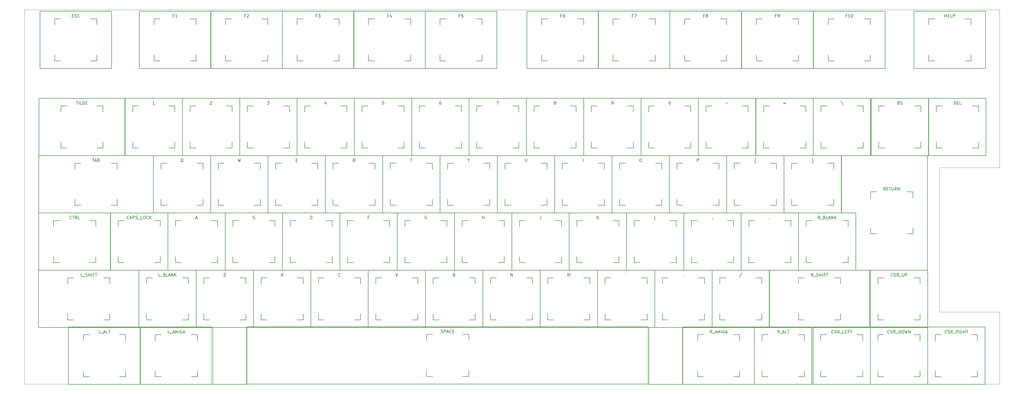
<source format=gbr>
G04 #@! TF.GenerationSoftware,KiCad,Pcbnew,(5.1.4-0-10_14)*
G04 #@! TF.CreationDate,2019-11-18T20:50:20+11:00*
G04 #@! TF.ProjectId,A600KB,41363030-4b42-42e6-9b69-6361645f7063,rev?*
G04 #@! TF.SameCoordinates,Original*
G04 #@! TF.FileFunction,Drawing*
%FSLAX46Y46*%
G04 Gerber Fmt 4.6, Leading zero omitted, Abs format (unit mm)*
G04 Created by KiCad (PCBNEW (5.1.4-0-10_14)) date 2019-11-18 20:50:20*
%MOMM*%
%LPD*%
G04 APERTURE LIST*
%ADD10C,0.100000*%
%ADD11C,0.120000*%
%ADD12C,0.150000*%
G04 APERTURE END LIST*
D10*
X364000000Y-140500000D02*
X364000000Y-164500000D01*
X364000000Y-40000000D02*
X364000000Y-92500000D01*
X344000000Y-92500000D02*
X364000000Y-92500000D01*
X344000000Y-140500000D02*
X344000000Y-92500000D01*
X364000000Y-140500000D02*
X344000000Y-140500000D01*
X40000000Y-164500000D02*
X364000000Y-164500000D01*
X40000000Y-40000000D02*
X40000000Y-164500000D01*
X40000000Y-40000000D02*
X364000000Y-40000000D01*
D11*
X258484000Y-164592000D02*
X247484000Y-164592000D01*
X258484000Y-145592000D02*
X258484000Y-164592000D01*
X247484000Y-145592000D02*
X258484000Y-145592000D01*
X247484000Y-164592000D02*
X247484000Y-145592000D01*
X113704000Y-164592000D02*
X102704000Y-164592000D01*
X113704000Y-145592000D02*
X113704000Y-164592000D01*
X102704000Y-145592000D02*
X113704000Y-145592000D01*
X102704000Y-164592000D02*
X102704000Y-145592000D01*
D12*
X185594000Y-147940000D02*
X187594000Y-147940000D01*
X187594000Y-147940000D02*
X187594000Y-149940000D01*
X185594000Y-161940000D02*
X187594000Y-161940000D01*
X187594000Y-161940000D02*
X187594000Y-159940000D01*
X173594000Y-159940000D02*
X173594000Y-161940000D01*
X173594000Y-161940000D02*
X175594000Y-161940000D01*
X175594000Y-147940000D02*
X173594000Y-147940000D01*
X173594000Y-147940000D02*
X173594000Y-149940000D01*
X113919000Y-145415000D02*
X247269000Y-145415000D01*
X247269000Y-145415000D02*
X247269000Y-164465000D01*
X113919000Y-164465000D02*
X247269000Y-164465000D01*
X113919000Y-164465000D02*
X113919000Y-145415000D01*
X68754000Y-91044000D02*
X70754000Y-91044000D01*
X70754000Y-91044000D02*
X70754000Y-93044000D01*
X68754000Y-105044000D02*
X70754000Y-105044000D01*
X70754000Y-105044000D02*
X70754000Y-103044000D01*
X56754000Y-103044000D02*
X56754000Y-105044000D01*
X56754000Y-105044000D02*
X58754000Y-105044000D01*
X58754000Y-91044000D02*
X56754000Y-91044000D01*
X56754000Y-91044000D02*
X56754000Y-93044000D01*
X44704000Y-88519000D02*
X82804000Y-88519000D01*
X82804000Y-88519000D02*
X82804000Y-107569000D01*
X44704000Y-107569000D02*
X82804000Y-107569000D01*
X44704000Y-107569000D02*
X44704000Y-88519000D01*
X66341000Y-129144000D02*
X68341000Y-129144000D01*
X68341000Y-129144000D02*
X68341000Y-131144000D01*
X66341000Y-143144000D02*
X68341000Y-143144000D01*
X68341000Y-143144000D02*
X68341000Y-141144000D01*
X54341000Y-141144000D02*
X54341000Y-143144000D01*
X54341000Y-143144000D02*
X56341000Y-143144000D01*
X56341000Y-129144000D02*
X54341000Y-129144000D01*
X54341000Y-129144000D02*
X54341000Y-131144000D01*
X44672250Y-126619000D02*
X78009750Y-126619000D01*
X78009750Y-126619000D02*
X78009750Y-145669000D01*
X44672250Y-145669000D02*
X78009750Y-145669000D01*
X44672250Y-145669000D02*
X44672250Y-126619000D01*
X309165000Y-129144000D02*
X311165000Y-129144000D01*
X311165000Y-129144000D02*
X311165000Y-131144000D01*
X309165000Y-143144000D02*
X311165000Y-143144000D01*
X311165000Y-143144000D02*
X311165000Y-141144000D01*
X297165000Y-141144000D02*
X297165000Y-143144000D01*
X297165000Y-143144000D02*
X299165000Y-143144000D01*
X299165000Y-129144000D02*
X297165000Y-129144000D01*
X297165000Y-129144000D02*
X297165000Y-131144000D01*
X287496250Y-126619000D02*
X320833750Y-126619000D01*
X320833750Y-126619000D02*
X320833750Y-145669000D01*
X287496250Y-145669000D02*
X320833750Y-145669000D01*
X287496250Y-145669000D02*
X287496250Y-126619000D01*
X62023000Y-43038000D02*
X64023000Y-43038000D01*
X64023000Y-43038000D02*
X64023000Y-45038000D01*
X62023000Y-57038000D02*
X64023000Y-57038000D01*
X64023000Y-57038000D02*
X64023000Y-55038000D01*
X50023000Y-55038000D02*
X50023000Y-57038000D01*
X50023000Y-57038000D02*
X52023000Y-57038000D01*
X52023000Y-43038000D02*
X50023000Y-43038000D01*
X50023000Y-43038000D02*
X50023000Y-45038000D01*
X45116750Y-40513000D02*
X68929250Y-40513000D01*
X68929250Y-40513000D02*
X68929250Y-59563000D01*
X45116750Y-59563000D02*
X68929250Y-59563000D01*
X45116750Y-59563000D02*
X45116750Y-40513000D01*
X78136750Y-59563000D02*
X78136750Y-40513000D01*
X78136750Y-59563000D02*
X101949250Y-59563000D01*
X101949250Y-40513000D02*
X101949250Y-59563000D01*
X78136750Y-40513000D02*
X101949250Y-40513000D01*
X83043000Y-43038000D02*
X83043000Y-45038000D01*
X85043000Y-43038000D02*
X83043000Y-43038000D01*
X83043000Y-57038000D02*
X85043000Y-57038000D01*
X83043000Y-55038000D02*
X83043000Y-57038000D01*
X97043000Y-57038000D02*
X97043000Y-55038000D01*
X95043000Y-57038000D02*
X97043000Y-57038000D01*
X97043000Y-43038000D02*
X97043000Y-45038000D01*
X95043000Y-43038000D02*
X97043000Y-43038000D01*
X118792000Y-43038000D02*
X120792000Y-43038000D01*
X120792000Y-43038000D02*
X120792000Y-45038000D01*
X118792000Y-57038000D02*
X120792000Y-57038000D01*
X120792000Y-57038000D02*
X120792000Y-55038000D01*
X106792000Y-55038000D02*
X106792000Y-57038000D01*
X106792000Y-57038000D02*
X108792000Y-57038000D01*
X108792000Y-43038000D02*
X106792000Y-43038000D01*
X106792000Y-43038000D02*
X106792000Y-45038000D01*
X101885750Y-40513000D02*
X125698250Y-40513000D01*
X125698250Y-40513000D02*
X125698250Y-59563000D01*
X101885750Y-59563000D02*
X125698250Y-59563000D01*
X101885750Y-59563000D02*
X101885750Y-40513000D01*
X125634750Y-59563000D02*
X125634750Y-40513000D01*
X125634750Y-59563000D02*
X149447250Y-59563000D01*
X149447250Y-40513000D02*
X149447250Y-59563000D01*
X125634750Y-40513000D02*
X149447250Y-40513000D01*
X130541000Y-43038000D02*
X130541000Y-45038000D01*
X132541000Y-43038000D02*
X130541000Y-43038000D01*
X130541000Y-57038000D02*
X132541000Y-57038000D01*
X130541000Y-55038000D02*
X130541000Y-57038000D01*
X144541000Y-57038000D02*
X144541000Y-55038000D01*
X142541000Y-57038000D02*
X144541000Y-57038000D01*
X144541000Y-43038000D02*
X144541000Y-45038000D01*
X142541000Y-43038000D02*
X144541000Y-43038000D01*
X166290000Y-43038000D02*
X168290000Y-43038000D01*
X168290000Y-43038000D02*
X168290000Y-45038000D01*
X166290000Y-57038000D02*
X168290000Y-57038000D01*
X168290000Y-57038000D02*
X168290000Y-55038000D01*
X154290000Y-55038000D02*
X154290000Y-57038000D01*
X154290000Y-57038000D02*
X156290000Y-57038000D01*
X156290000Y-43038000D02*
X154290000Y-43038000D01*
X154290000Y-43038000D02*
X154290000Y-45038000D01*
X149383750Y-40513000D02*
X173196250Y-40513000D01*
X173196250Y-40513000D02*
X173196250Y-59563000D01*
X149383750Y-59563000D02*
X173196250Y-59563000D01*
X149383750Y-59563000D02*
X149383750Y-40513000D01*
X173132750Y-59563000D02*
X173132750Y-40513000D01*
X173132750Y-59563000D02*
X196945250Y-59563000D01*
X196945250Y-40513000D02*
X196945250Y-59563000D01*
X173132750Y-40513000D02*
X196945250Y-40513000D01*
X178039000Y-43038000D02*
X178039000Y-45038000D01*
X180039000Y-43038000D02*
X178039000Y-43038000D01*
X178039000Y-57038000D02*
X180039000Y-57038000D01*
X178039000Y-55038000D02*
X178039000Y-57038000D01*
X192039000Y-57038000D02*
X192039000Y-55038000D01*
X190039000Y-57038000D02*
X192039000Y-57038000D01*
X192039000Y-43038000D02*
X192039000Y-45038000D01*
X190039000Y-43038000D02*
X192039000Y-43038000D01*
X223821000Y-43038000D02*
X225821000Y-43038000D01*
X225821000Y-43038000D02*
X225821000Y-45038000D01*
X223821000Y-57038000D02*
X225821000Y-57038000D01*
X225821000Y-57038000D02*
X225821000Y-55038000D01*
X211821000Y-55038000D02*
X211821000Y-57038000D01*
X211821000Y-57038000D02*
X213821000Y-57038000D01*
X213821000Y-43038000D02*
X211821000Y-43038000D01*
X211821000Y-43038000D02*
X211821000Y-45038000D01*
X206914750Y-40513000D02*
X230727250Y-40513000D01*
X230727250Y-40513000D02*
X230727250Y-59563000D01*
X206914750Y-59563000D02*
X230727250Y-59563000D01*
X206914750Y-59563000D02*
X206914750Y-40513000D01*
X230663750Y-59563000D02*
X230663750Y-40513000D01*
X230663750Y-59563000D02*
X254476250Y-59563000D01*
X254476250Y-40513000D02*
X254476250Y-59563000D01*
X230663750Y-40513000D02*
X254476250Y-40513000D01*
X235570000Y-43038000D02*
X235570000Y-45038000D01*
X237570000Y-43038000D02*
X235570000Y-43038000D01*
X235570000Y-57038000D02*
X237570000Y-57038000D01*
X235570000Y-55038000D02*
X235570000Y-57038000D01*
X249570000Y-57038000D02*
X249570000Y-55038000D01*
X247570000Y-57038000D02*
X249570000Y-57038000D01*
X249570000Y-43038000D02*
X249570000Y-45038000D01*
X247570000Y-43038000D02*
X249570000Y-43038000D01*
X271319000Y-43038000D02*
X273319000Y-43038000D01*
X273319000Y-43038000D02*
X273319000Y-45038000D01*
X271319000Y-57038000D02*
X273319000Y-57038000D01*
X273319000Y-57038000D02*
X273319000Y-55038000D01*
X259319000Y-55038000D02*
X259319000Y-57038000D01*
X259319000Y-57038000D02*
X261319000Y-57038000D01*
X261319000Y-43038000D02*
X259319000Y-43038000D01*
X259319000Y-43038000D02*
X259319000Y-45038000D01*
X254412750Y-40513000D02*
X278225250Y-40513000D01*
X278225250Y-40513000D02*
X278225250Y-59563000D01*
X254412750Y-59563000D02*
X278225250Y-59563000D01*
X254412750Y-59563000D02*
X254412750Y-40513000D01*
X278288750Y-59563000D02*
X278288750Y-40513000D01*
X278288750Y-59563000D02*
X302101250Y-59563000D01*
X302101250Y-40513000D02*
X302101250Y-59563000D01*
X278288750Y-40513000D02*
X302101250Y-40513000D01*
X283195000Y-43038000D02*
X283195000Y-45038000D01*
X285195000Y-43038000D02*
X283195000Y-43038000D01*
X283195000Y-57038000D02*
X285195000Y-57038000D01*
X283195000Y-55038000D02*
X283195000Y-57038000D01*
X297195000Y-57038000D02*
X297195000Y-55038000D01*
X295195000Y-57038000D02*
X297195000Y-57038000D01*
X297195000Y-43038000D02*
X297195000Y-45038000D01*
X295195000Y-43038000D02*
X297195000Y-43038000D01*
X319071000Y-43038000D02*
X321071000Y-43038000D01*
X321071000Y-43038000D02*
X321071000Y-45038000D01*
X319071000Y-57038000D02*
X321071000Y-57038000D01*
X321071000Y-57038000D02*
X321071000Y-55038000D01*
X307071000Y-55038000D02*
X307071000Y-57038000D01*
X307071000Y-57038000D02*
X309071000Y-57038000D01*
X309071000Y-43038000D02*
X307071000Y-43038000D01*
X307071000Y-43038000D02*
X307071000Y-45038000D01*
X302164750Y-40513000D02*
X325977250Y-40513000D01*
X325977250Y-40513000D02*
X325977250Y-59563000D01*
X302164750Y-59563000D02*
X325977250Y-59563000D01*
X302164750Y-59563000D02*
X302164750Y-40513000D01*
X44767500Y-88519000D02*
X44767500Y-69469000D01*
X44767500Y-88519000D02*
X73342500Y-88519000D01*
X73342500Y-69469000D02*
X73342500Y-88519000D01*
X44767500Y-69469000D02*
X73342500Y-69469000D01*
X52055000Y-71994000D02*
X52055000Y-73994000D01*
X54055000Y-71994000D02*
X52055000Y-71994000D01*
X52055000Y-85994000D02*
X54055000Y-85994000D01*
X52055000Y-83994000D02*
X52055000Y-85994000D01*
X66055000Y-85994000D02*
X66055000Y-83994000D01*
X64055000Y-85994000D02*
X66055000Y-85994000D01*
X66055000Y-71994000D02*
X66055000Y-73994000D01*
X64055000Y-71994000D02*
X66055000Y-71994000D01*
X73406000Y-88519000D02*
X73406000Y-69469000D01*
X92456000Y-88519000D02*
X73406000Y-88519000D01*
X92456000Y-69469000D02*
X92456000Y-88519000D01*
X73406000Y-69469000D02*
X92456000Y-69469000D01*
X75931000Y-71994000D02*
X75931000Y-73994000D01*
X77931000Y-71994000D02*
X75931000Y-71994000D01*
X75931000Y-85994000D02*
X77931000Y-85994000D01*
X75931000Y-83994000D02*
X75931000Y-85994000D01*
X89931000Y-85994000D02*
X89931000Y-83994000D01*
X87931000Y-85994000D02*
X89931000Y-85994000D01*
X89931000Y-71994000D02*
X89931000Y-73994000D01*
X87931000Y-71994000D02*
X89931000Y-71994000D01*
X106981000Y-71994000D02*
X108981000Y-71994000D01*
X108981000Y-71994000D02*
X108981000Y-73994000D01*
X106981000Y-85994000D02*
X108981000Y-85994000D01*
X108981000Y-85994000D02*
X108981000Y-83994000D01*
X94981000Y-83994000D02*
X94981000Y-85994000D01*
X94981000Y-85994000D02*
X96981000Y-85994000D01*
X96981000Y-71994000D02*
X94981000Y-71994000D01*
X94981000Y-71994000D02*
X94981000Y-73994000D01*
X92456000Y-69469000D02*
X111506000Y-69469000D01*
X111506000Y-69469000D02*
X111506000Y-88519000D01*
X111506000Y-88519000D02*
X92456000Y-88519000D01*
X92456000Y-88519000D02*
X92456000Y-69469000D01*
X111506000Y-88519000D02*
X111506000Y-69469000D01*
X130556000Y-88519000D02*
X111506000Y-88519000D01*
X130556000Y-69469000D02*
X130556000Y-88519000D01*
X111506000Y-69469000D02*
X130556000Y-69469000D01*
X114031000Y-71994000D02*
X114031000Y-73994000D01*
X116031000Y-71994000D02*
X114031000Y-71994000D01*
X114031000Y-85994000D02*
X116031000Y-85994000D01*
X114031000Y-83994000D02*
X114031000Y-85994000D01*
X128031000Y-85994000D02*
X128031000Y-83994000D01*
X126031000Y-85994000D02*
X128031000Y-85994000D01*
X128031000Y-71994000D02*
X128031000Y-73994000D01*
X126031000Y-71994000D02*
X128031000Y-71994000D01*
X145081000Y-71994000D02*
X147081000Y-71994000D01*
X147081000Y-71994000D02*
X147081000Y-73994000D01*
X145081000Y-85994000D02*
X147081000Y-85994000D01*
X147081000Y-85994000D02*
X147081000Y-83994000D01*
X133081000Y-83994000D02*
X133081000Y-85994000D01*
X133081000Y-85994000D02*
X135081000Y-85994000D01*
X135081000Y-71994000D02*
X133081000Y-71994000D01*
X133081000Y-71994000D02*
X133081000Y-73994000D01*
X130556000Y-69469000D02*
X149606000Y-69469000D01*
X149606000Y-69469000D02*
X149606000Y-88519000D01*
X149606000Y-88519000D02*
X130556000Y-88519000D01*
X130556000Y-88519000D02*
X130556000Y-69469000D01*
X164131000Y-71994000D02*
X166131000Y-71994000D01*
X166131000Y-71994000D02*
X166131000Y-73994000D01*
X164131000Y-85994000D02*
X166131000Y-85994000D01*
X166131000Y-85994000D02*
X166131000Y-83994000D01*
X152131000Y-83994000D02*
X152131000Y-85994000D01*
X152131000Y-85994000D02*
X154131000Y-85994000D01*
X154131000Y-71994000D02*
X152131000Y-71994000D01*
X152131000Y-71994000D02*
X152131000Y-73994000D01*
X149606000Y-69469000D02*
X168656000Y-69469000D01*
X168656000Y-69469000D02*
X168656000Y-88519000D01*
X168656000Y-88519000D02*
X149606000Y-88519000D01*
X149606000Y-88519000D02*
X149606000Y-69469000D01*
X168656000Y-88519000D02*
X168656000Y-69469000D01*
X187706000Y-88519000D02*
X168656000Y-88519000D01*
X187706000Y-69469000D02*
X187706000Y-88519000D01*
X168656000Y-69469000D02*
X187706000Y-69469000D01*
X171181000Y-71994000D02*
X171181000Y-73994000D01*
X173181000Y-71994000D02*
X171181000Y-71994000D01*
X171181000Y-85994000D02*
X173181000Y-85994000D01*
X171181000Y-83994000D02*
X171181000Y-85994000D01*
X185181000Y-85994000D02*
X185181000Y-83994000D01*
X183181000Y-85994000D02*
X185181000Y-85994000D01*
X185181000Y-71994000D02*
X185181000Y-73994000D01*
X183181000Y-71994000D02*
X185181000Y-71994000D01*
X202231000Y-71994000D02*
X204231000Y-71994000D01*
X204231000Y-71994000D02*
X204231000Y-73994000D01*
X202231000Y-85994000D02*
X204231000Y-85994000D01*
X204231000Y-85994000D02*
X204231000Y-83994000D01*
X190231000Y-83994000D02*
X190231000Y-85994000D01*
X190231000Y-85994000D02*
X192231000Y-85994000D01*
X192231000Y-71994000D02*
X190231000Y-71994000D01*
X190231000Y-71994000D02*
X190231000Y-73994000D01*
X187706000Y-69469000D02*
X206756000Y-69469000D01*
X206756000Y-69469000D02*
X206756000Y-88519000D01*
X206756000Y-88519000D02*
X187706000Y-88519000D01*
X187706000Y-88519000D02*
X187706000Y-69469000D01*
X206756000Y-88519000D02*
X206756000Y-69469000D01*
X225806000Y-88519000D02*
X206756000Y-88519000D01*
X225806000Y-69469000D02*
X225806000Y-88519000D01*
X206756000Y-69469000D02*
X225806000Y-69469000D01*
X209281000Y-71994000D02*
X209281000Y-73994000D01*
X211281000Y-71994000D02*
X209281000Y-71994000D01*
X209281000Y-85994000D02*
X211281000Y-85994000D01*
X209281000Y-83994000D02*
X209281000Y-85994000D01*
X223281000Y-85994000D02*
X223281000Y-83994000D01*
X221281000Y-85994000D02*
X223281000Y-85994000D01*
X223281000Y-71994000D02*
X223281000Y-73994000D01*
X221281000Y-71994000D02*
X223281000Y-71994000D01*
X240331000Y-71994000D02*
X242331000Y-71994000D01*
X242331000Y-71994000D02*
X242331000Y-73994000D01*
X240331000Y-85994000D02*
X242331000Y-85994000D01*
X242331000Y-85994000D02*
X242331000Y-83994000D01*
X228331000Y-83994000D02*
X228331000Y-85994000D01*
X228331000Y-85994000D02*
X230331000Y-85994000D01*
X230331000Y-71994000D02*
X228331000Y-71994000D01*
X228331000Y-71994000D02*
X228331000Y-73994000D01*
X225806000Y-69469000D02*
X244856000Y-69469000D01*
X244856000Y-69469000D02*
X244856000Y-88519000D01*
X244856000Y-88519000D02*
X225806000Y-88519000D01*
X225806000Y-88519000D02*
X225806000Y-69469000D01*
X259381000Y-71994000D02*
X261381000Y-71994000D01*
X261381000Y-71994000D02*
X261381000Y-73994000D01*
X259381000Y-85994000D02*
X261381000Y-85994000D01*
X261381000Y-85994000D02*
X261381000Y-83994000D01*
X247381000Y-83994000D02*
X247381000Y-85994000D01*
X247381000Y-85994000D02*
X249381000Y-85994000D01*
X249381000Y-71994000D02*
X247381000Y-71994000D01*
X247381000Y-71994000D02*
X247381000Y-73994000D01*
X244856000Y-69469000D02*
X263906000Y-69469000D01*
X263906000Y-69469000D02*
X263906000Y-88519000D01*
X263906000Y-88519000D02*
X244856000Y-88519000D01*
X244856000Y-88519000D02*
X244856000Y-69469000D01*
X263906000Y-88519000D02*
X263906000Y-69469000D01*
X282956000Y-88519000D02*
X263906000Y-88519000D01*
X282956000Y-69469000D02*
X282956000Y-88519000D01*
X263906000Y-69469000D02*
X282956000Y-69469000D01*
X266431000Y-71994000D02*
X266431000Y-73994000D01*
X268431000Y-71994000D02*
X266431000Y-71994000D01*
X266431000Y-85994000D02*
X268431000Y-85994000D01*
X266431000Y-83994000D02*
X266431000Y-85994000D01*
X280431000Y-85994000D02*
X280431000Y-83994000D01*
X278431000Y-85994000D02*
X280431000Y-85994000D01*
X280431000Y-71994000D02*
X280431000Y-73994000D01*
X278431000Y-71994000D02*
X280431000Y-71994000D01*
X297608000Y-71994000D02*
X299608000Y-71994000D01*
X299608000Y-71994000D02*
X299608000Y-73994000D01*
X297608000Y-85994000D02*
X299608000Y-85994000D01*
X299608000Y-85994000D02*
X299608000Y-83994000D01*
X285608000Y-83994000D02*
X285608000Y-85994000D01*
X285608000Y-85994000D02*
X287608000Y-85994000D01*
X287608000Y-71994000D02*
X285608000Y-71994000D01*
X285608000Y-71994000D02*
X285608000Y-73994000D01*
X283083000Y-69469000D02*
X302133000Y-69469000D01*
X302133000Y-69469000D02*
X302133000Y-88519000D01*
X302133000Y-88519000D02*
X283083000Y-88519000D01*
X283083000Y-88519000D02*
X283083000Y-69469000D01*
X302133000Y-88519000D02*
X302133000Y-69469000D01*
X321183000Y-88519000D02*
X302133000Y-88519000D01*
X321183000Y-69469000D02*
X321183000Y-88519000D01*
X302133000Y-69469000D02*
X321183000Y-69469000D01*
X304658000Y-71994000D02*
X304658000Y-73994000D01*
X306658000Y-71994000D02*
X304658000Y-71994000D01*
X304658000Y-85994000D02*
X306658000Y-85994000D01*
X304658000Y-83994000D02*
X304658000Y-85994000D01*
X318658000Y-85994000D02*
X318658000Y-83994000D01*
X316658000Y-85994000D02*
X318658000Y-85994000D01*
X318658000Y-71994000D02*
X318658000Y-73994000D01*
X316658000Y-71994000D02*
X318658000Y-71994000D01*
X321310000Y-88519000D02*
X321310000Y-69469000D01*
X340360000Y-88519000D02*
X321310000Y-88519000D01*
X340360000Y-69469000D02*
X340360000Y-88519000D01*
X321310000Y-69469000D02*
X340360000Y-69469000D01*
X323835000Y-71994000D02*
X323835000Y-73994000D01*
X325835000Y-71994000D02*
X323835000Y-71994000D01*
X323835000Y-85994000D02*
X325835000Y-85994000D01*
X323835000Y-83994000D02*
X323835000Y-85994000D01*
X337835000Y-85994000D02*
X337835000Y-83994000D01*
X335835000Y-85994000D02*
X337835000Y-85994000D01*
X337835000Y-71994000D02*
X337835000Y-73994000D01*
X335835000Y-71994000D02*
X337835000Y-71994000D01*
X355012000Y-71994000D02*
X357012000Y-71994000D01*
X357012000Y-71994000D02*
X357012000Y-73994000D01*
X355012000Y-85994000D02*
X357012000Y-85994000D01*
X357012000Y-85994000D02*
X357012000Y-83994000D01*
X343012000Y-83994000D02*
X343012000Y-85994000D01*
X343012000Y-85994000D02*
X345012000Y-85994000D01*
X345012000Y-71994000D02*
X343012000Y-71994000D01*
X343012000Y-71994000D02*
X343012000Y-73994000D01*
X340487000Y-69469000D02*
X359537000Y-69469000D01*
X359537000Y-69469000D02*
X359537000Y-88519000D01*
X359537000Y-88519000D02*
X340487000Y-88519000D01*
X340487000Y-88519000D02*
X340487000Y-69469000D01*
X335565750Y-59563000D02*
X335565750Y-40513000D01*
X335565750Y-59563000D02*
X359378250Y-59563000D01*
X359378250Y-40513000D02*
X359378250Y-59563000D01*
X335565750Y-40513000D02*
X359378250Y-40513000D01*
X340472000Y-43038000D02*
X340472000Y-45038000D01*
X342472000Y-43038000D02*
X340472000Y-43038000D01*
X340472000Y-57038000D02*
X342472000Y-57038000D01*
X340472000Y-55038000D02*
X340472000Y-57038000D01*
X354472000Y-57038000D02*
X354472000Y-55038000D01*
X352472000Y-57038000D02*
X354472000Y-57038000D01*
X354472000Y-43038000D02*
X354472000Y-45038000D01*
X352472000Y-43038000D02*
X354472000Y-43038000D01*
X82804000Y-107569000D02*
X82804000Y-88519000D01*
X101854000Y-107569000D02*
X82804000Y-107569000D01*
X101854000Y-88519000D02*
X101854000Y-107569000D01*
X82804000Y-88519000D02*
X101854000Y-88519000D01*
X85329000Y-91044000D02*
X85329000Y-93044000D01*
X87329000Y-91044000D02*
X85329000Y-91044000D01*
X85329000Y-105044000D02*
X87329000Y-105044000D01*
X85329000Y-103044000D02*
X85329000Y-105044000D01*
X99329000Y-105044000D02*
X99329000Y-103044000D01*
X97329000Y-105044000D02*
X99329000Y-105044000D01*
X99329000Y-91044000D02*
X99329000Y-93044000D01*
X97329000Y-91044000D02*
X99329000Y-91044000D01*
X116379000Y-91044000D02*
X118379000Y-91044000D01*
X118379000Y-91044000D02*
X118379000Y-93044000D01*
X116379000Y-105044000D02*
X118379000Y-105044000D01*
X118379000Y-105044000D02*
X118379000Y-103044000D01*
X104379000Y-103044000D02*
X104379000Y-105044000D01*
X104379000Y-105044000D02*
X106379000Y-105044000D01*
X106379000Y-91044000D02*
X104379000Y-91044000D01*
X104379000Y-91044000D02*
X104379000Y-93044000D01*
X101854000Y-88519000D02*
X120904000Y-88519000D01*
X120904000Y-88519000D02*
X120904000Y-107569000D01*
X120904000Y-107569000D02*
X101854000Y-107569000D01*
X101854000Y-107569000D02*
X101854000Y-88519000D01*
X120904000Y-107569000D02*
X120904000Y-88519000D01*
X139954000Y-107569000D02*
X120904000Y-107569000D01*
X139954000Y-88519000D02*
X139954000Y-107569000D01*
X120904000Y-88519000D02*
X139954000Y-88519000D01*
X123429000Y-91044000D02*
X123429000Y-93044000D01*
X125429000Y-91044000D02*
X123429000Y-91044000D01*
X123429000Y-105044000D02*
X125429000Y-105044000D01*
X123429000Y-103044000D02*
X123429000Y-105044000D01*
X137429000Y-105044000D02*
X137429000Y-103044000D01*
X135429000Y-105044000D02*
X137429000Y-105044000D01*
X137429000Y-91044000D02*
X137429000Y-93044000D01*
X135429000Y-91044000D02*
X137429000Y-91044000D01*
X154479000Y-91044000D02*
X156479000Y-91044000D01*
X156479000Y-91044000D02*
X156479000Y-93044000D01*
X154479000Y-105044000D02*
X156479000Y-105044000D01*
X156479000Y-105044000D02*
X156479000Y-103044000D01*
X142479000Y-103044000D02*
X142479000Y-105044000D01*
X142479000Y-105044000D02*
X144479000Y-105044000D01*
X144479000Y-91044000D02*
X142479000Y-91044000D01*
X142479000Y-91044000D02*
X142479000Y-93044000D01*
X139954000Y-88519000D02*
X159004000Y-88519000D01*
X159004000Y-88519000D02*
X159004000Y-107569000D01*
X159004000Y-107569000D02*
X139954000Y-107569000D01*
X139954000Y-107569000D02*
X139954000Y-88519000D01*
X159004000Y-107569000D02*
X159004000Y-88519000D01*
X178054000Y-107569000D02*
X159004000Y-107569000D01*
X178054000Y-88519000D02*
X178054000Y-107569000D01*
X159004000Y-88519000D02*
X178054000Y-88519000D01*
X161529000Y-91044000D02*
X161529000Y-93044000D01*
X163529000Y-91044000D02*
X161529000Y-91044000D01*
X161529000Y-105044000D02*
X163529000Y-105044000D01*
X161529000Y-103044000D02*
X161529000Y-105044000D01*
X175529000Y-105044000D02*
X175529000Y-103044000D01*
X173529000Y-105044000D02*
X175529000Y-105044000D01*
X175529000Y-91044000D02*
X175529000Y-93044000D01*
X173529000Y-91044000D02*
X175529000Y-91044000D01*
X192579000Y-91044000D02*
X194579000Y-91044000D01*
X194579000Y-91044000D02*
X194579000Y-93044000D01*
X192579000Y-105044000D02*
X194579000Y-105044000D01*
X194579000Y-105044000D02*
X194579000Y-103044000D01*
X180579000Y-103044000D02*
X180579000Y-105044000D01*
X180579000Y-105044000D02*
X182579000Y-105044000D01*
X182579000Y-91044000D02*
X180579000Y-91044000D01*
X180579000Y-91044000D02*
X180579000Y-93044000D01*
X178054000Y-88519000D02*
X197104000Y-88519000D01*
X197104000Y-88519000D02*
X197104000Y-107569000D01*
X197104000Y-107569000D02*
X178054000Y-107569000D01*
X178054000Y-107569000D02*
X178054000Y-88519000D01*
X197104000Y-107569000D02*
X197104000Y-88519000D01*
X216154000Y-107569000D02*
X197104000Y-107569000D01*
X216154000Y-88519000D02*
X216154000Y-107569000D01*
X197104000Y-88519000D02*
X216154000Y-88519000D01*
X199629000Y-91044000D02*
X199629000Y-93044000D01*
X201629000Y-91044000D02*
X199629000Y-91044000D01*
X199629000Y-105044000D02*
X201629000Y-105044000D01*
X199629000Y-103044000D02*
X199629000Y-105044000D01*
X213629000Y-105044000D02*
X213629000Y-103044000D01*
X211629000Y-105044000D02*
X213629000Y-105044000D01*
X213629000Y-91044000D02*
X213629000Y-93044000D01*
X211629000Y-91044000D02*
X213629000Y-91044000D01*
X230679000Y-91044000D02*
X232679000Y-91044000D01*
X232679000Y-91044000D02*
X232679000Y-93044000D01*
X230679000Y-105044000D02*
X232679000Y-105044000D01*
X232679000Y-105044000D02*
X232679000Y-103044000D01*
X218679000Y-103044000D02*
X218679000Y-105044000D01*
X218679000Y-105044000D02*
X220679000Y-105044000D01*
X220679000Y-91044000D02*
X218679000Y-91044000D01*
X218679000Y-91044000D02*
X218679000Y-93044000D01*
X216154000Y-88519000D02*
X235204000Y-88519000D01*
X235204000Y-88519000D02*
X235204000Y-107569000D01*
X235204000Y-107569000D02*
X216154000Y-107569000D01*
X216154000Y-107569000D02*
X216154000Y-88519000D01*
X235204000Y-107569000D02*
X235204000Y-88519000D01*
X254254000Y-107569000D02*
X235204000Y-107569000D01*
X254254000Y-88519000D02*
X254254000Y-107569000D01*
X235204000Y-88519000D02*
X254254000Y-88519000D01*
X237729000Y-91044000D02*
X237729000Y-93044000D01*
X239729000Y-91044000D02*
X237729000Y-91044000D01*
X237729000Y-105044000D02*
X239729000Y-105044000D01*
X237729000Y-103044000D02*
X237729000Y-105044000D01*
X251729000Y-105044000D02*
X251729000Y-103044000D01*
X249729000Y-105044000D02*
X251729000Y-105044000D01*
X251729000Y-91044000D02*
X251729000Y-93044000D01*
X249729000Y-91044000D02*
X251729000Y-91044000D01*
X268779000Y-91044000D02*
X270779000Y-91044000D01*
X270779000Y-91044000D02*
X270779000Y-93044000D01*
X268779000Y-105044000D02*
X270779000Y-105044000D01*
X270779000Y-105044000D02*
X270779000Y-103044000D01*
X256779000Y-103044000D02*
X256779000Y-105044000D01*
X256779000Y-105044000D02*
X258779000Y-105044000D01*
X258779000Y-91044000D02*
X256779000Y-91044000D01*
X256779000Y-91044000D02*
X256779000Y-93044000D01*
X254254000Y-88519000D02*
X273304000Y-88519000D01*
X273304000Y-88519000D02*
X273304000Y-107569000D01*
X273304000Y-107569000D02*
X254254000Y-107569000D01*
X254254000Y-107569000D02*
X254254000Y-88519000D01*
X273304000Y-107569000D02*
X273304000Y-88519000D01*
X292354000Y-107569000D02*
X273304000Y-107569000D01*
X292354000Y-88519000D02*
X292354000Y-107569000D01*
X273304000Y-88519000D02*
X292354000Y-88519000D01*
X275829000Y-91044000D02*
X275829000Y-93044000D01*
X277829000Y-91044000D02*
X275829000Y-91044000D01*
X275829000Y-105044000D02*
X277829000Y-105044000D01*
X275829000Y-103044000D02*
X275829000Y-105044000D01*
X289829000Y-105044000D02*
X289829000Y-103044000D01*
X287829000Y-105044000D02*
X289829000Y-105044000D01*
X289829000Y-91044000D02*
X289829000Y-93044000D01*
X287829000Y-91044000D02*
X289829000Y-91044000D01*
X306879000Y-91044000D02*
X308879000Y-91044000D01*
X308879000Y-91044000D02*
X308879000Y-93044000D01*
X306879000Y-105044000D02*
X308879000Y-105044000D01*
X308879000Y-105044000D02*
X308879000Y-103044000D01*
X294879000Y-103044000D02*
X294879000Y-105044000D01*
X294879000Y-105044000D02*
X296879000Y-105044000D01*
X296879000Y-91044000D02*
X294879000Y-91044000D01*
X294879000Y-91044000D02*
X294879000Y-93044000D01*
X292354000Y-88519000D02*
X311404000Y-88519000D01*
X311404000Y-88519000D02*
X311404000Y-107569000D01*
X311404000Y-107569000D02*
X292354000Y-107569000D01*
X292354000Y-107569000D02*
X292354000Y-88519000D01*
X316261750Y-126619000D02*
X316261750Y-107569000D01*
X316261750Y-107569000D02*
X311499250Y-107569000D01*
X333168000Y-100569000D02*
X335168000Y-100569000D01*
X335168000Y-100569000D02*
X335168000Y-102569000D01*
X333168000Y-114569000D02*
X335168000Y-114569000D01*
X335168000Y-114569000D02*
X335168000Y-112569000D01*
X321168000Y-112569000D02*
X321168000Y-114569000D01*
X321168000Y-114569000D02*
X323168000Y-114569000D01*
X323168000Y-100569000D02*
X321168000Y-100569000D01*
X321168000Y-100569000D02*
X321168000Y-102569000D01*
X311499250Y-88519000D02*
X340074250Y-88519000D01*
X340074250Y-88519000D02*
X340074250Y-126619000D01*
X316261750Y-126619000D02*
X340074250Y-126619000D01*
X311499250Y-88519000D02*
X311499250Y-107569000D01*
X61642000Y-110094000D02*
X63642000Y-110094000D01*
X63642000Y-110094000D02*
X63642000Y-112094000D01*
X61642000Y-124094000D02*
X63642000Y-124094000D01*
X63642000Y-124094000D02*
X63642000Y-122094000D01*
X49642000Y-122094000D02*
X49642000Y-124094000D01*
X49642000Y-124094000D02*
X51642000Y-124094000D01*
X51642000Y-110094000D02*
X49642000Y-110094000D01*
X49642000Y-110094000D02*
X49642000Y-112094000D01*
X44735750Y-107569000D02*
X68548250Y-107569000D01*
X68548250Y-107569000D02*
X68548250Y-126619000D01*
X44735750Y-126619000D02*
X68548250Y-126619000D01*
X44735750Y-126619000D02*
X44735750Y-107569000D01*
X83105000Y-110094000D02*
X85105000Y-110094000D01*
X85105000Y-110094000D02*
X85105000Y-112094000D01*
X83105000Y-124094000D02*
X85105000Y-124094000D01*
X85105000Y-124094000D02*
X85105000Y-122094000D01*
X71105000Y-122094000D02*
X71105000Y-124094000D01*
X71105000Y-124094000D02*
X73105000Y-124094000D01*
X73105000Y-110094000D02*
X71105000Y-110094000D01*
X71105000Y-110094000D02*
X71105000Y-112094000D01*
X68580000Y-107569000D02*
X87630000Y-107569000D01*
X87630000Y-107569000D02*
X87630000Y-126619000D01*
X87630000Y-126619000D02*
X68580000Y-126619000D01*
X68580000Y-126619000D02*
X68580000Y-107569000D01*
X102155000Y-110094000D02*
X104155000Y-110094000D01*
X104155000Y-110094000D02*
X104155000Y-112094000D01*
X102155000Y-124094000D02*
X104155000Y-124094000D01*
X104155000Y-124094000D02*
X104155000Y-122094000D01*
X90155000Y-122094000D02*
X90155000Y-124094000D01*
X90155000Y-124094000D02*
X92155000Y-124094000D01*
X92155000Y-110094000D02*
X90155000Y-110094000D01*
X90155000Y-110094000D02*
X90155000Y-112094000D01*
X87630000Y-107569000D02*
X106680000Y-107569000D01*
X106680000Y-107569000D02*
X106680000Y-126619000D01*
X106680000Y-126619000D02*
X87630000Y-126619000D01*
X87630000Y-126619000D02*
X87630000Y-107569000D01*
X106680000Y-126619000D02*
X106680000Y-107569000D01*
X125730000Y-126619000D02*
X106680000Y-126619000D01*
X125730000Y-107569000D02*
X125730000Y-126619000D01*
X106680000Y-107569000D02*
X125730000Y-107569000D01*
X109205000Y-110094000D02*
X109205000Y-112094000D01*
X111205000Y-110094000D02*
X109205000Y-110094000D01*
X109205000Y-124094000D02*
X111205000Y-124094000D01*
X109205000Y-122094000D02*
X109205000Y-124094000D01*
X123205000Y-124094000D02*
X123205000Y-122094000D01*
X121205000Y-124094000D02*
X123205000Y-124094000D01*
X123205000Y-110094000D02*
X123205000Y-112094000D01*
X121205000Y-110094000D02*
X123205000Y-110094000D01*
X140255000Y-110094000D02*
X142255000Y-110094000D01*
X142255000Y-110094000D02*
X142255000Y-112094000D01*
X140255000Y-124094000D02*
X142255000Y-124094000D01*
X142255000Y-124094000D02*
X142255000Y-122094000D01*
X128255000Y-122094000D02*
X128255000Y-124094000D01*
X128255000Y-124094000D02*
X130255000Y-124094000D01*
X130255000Y-110094000D02*
X128255000Y-110094000D01*
X128255000Y-110094000D02*
X128255000Y-112094000D01*
X125730000Y-107569000D02*
X144780000Y-107569000D01*
X144780000Y-107569000D02*
X144780000Y-126619000D01*
X144780000Y-126619000D02*
X125730000Y-126619000D01*
X125730000Y-126619000D02*
X125730000Y-107569000D01*
X144780000Y-126619000D02*
X144780000Y-107569000D01*
X163830000Y-126619000D02*
X144780000Y-126619000D01*
X163830000Y-107569000D02*
X163830000Y-126619000D01*
X144780000Y-107569000D02*
X163830000Y-107569000D01*
X147305000Y-110094000D02*
X147305000Y-112094000D01*
X149305000Y-110094000D02*
X147305000Y-110094000D01*
X147305000Y-124094000D02*
X149305000Y-124094000D01*
X147305000Y-122094000D02*
X147305000Y-124094000D01*
X161305000Y-124094000D02*
X161305000Y-122094000D01*
X159305000Y-124094000D02*
X161305000Y-124094000D01*
X161305000Y-110094000D02*
X161305000Y-112094000D01*
X159305000Y-110094000D02*
X161305000Y-110094000D01*
X178355000Y-110094000D02*
X180355000Y-110094000D01*
X180355000Y-110094000D02*
X180355000Y-112094000D01*
X178355000Y-124094000D02*
X180355000Y-124094000D01*
X180355000Y-124094000D02*
X180355000Y-122094000D01*
X166355000Y-122094000D02*
X166355000Y-124094000D01*
X166355000Y-124094000D02*
X168355000Y-124094000D01*
X168355000Y-110094000D02*
X166355000Y-110094000D01*
X166355000Y-110094000D02*
X166355000Y-112094000D01*
X163830000Y-107569000D02*
X182880000Y-107569000D01*
X182880000Y-107569000D02*
X182880000Y-126619000D01*
X182880000Y-126619000D02*
X163830000Y-126619000D01*
X163830000Y-126619000D02*
X163830000Y-107569000D01*
X182880000Y-126619000D02*
X182880000Y-107569000D01*
X201930000Y-126619000D02*
X182880000Y-126619000D01*
X201930000Y-107569000D02*
X201930000Y-126619000D01*
X182880000Y-107569000D02*
X201930000Y-107569000D01*
X185405000Y-110094000D02*
X185405000Y-112094000D01*
X187405000Y-110094000D02*
X185405000Y-110094000D01*
X185405000Y-124094000D02*
X187405000Y-124094000D01*
X185405000Y-122094000D02*
X185405000Y-124094000D01*
X199405000Y-124094000D02*
X199405000Y-122094000D01*
X197405000Y-124094000D02*
X199405000Y-124094000D01*
X199405000Y-110094000D02*
X199405000Y-112094000D01*
X197405000Y-110094000D02*
X199405000Y-110094000D01*
X216455000Y-110094000D02*
X218455000Y-110094000D01*
X218455000Y-110094000D02*
X218455000Y-112094000D01*
X216455000Y-124094000D02*
X218455000Y-124094000D01*
X218455000Y-124094000D02*
X218455000Y-122094000D01*
X204455000Y-122094000D02*
X204455000Y-124094000D01*
X204455000Y-124094000D02*
X206455000Y-124094000D01*
X206455000Y-110094000D02*
X204455000Y-110094000D01*
X204455000Y-110094000D02*
X204455000Y-112094000D01*
X201930000Y-107569000D02*
X220980000Y-107569000D01*
X220980000Y-107569000D02*
X220980000Y-126619000D01*
X220980000Y-126619000D02*
X201930000Y-126619000D01*
X201930000Y-126619000D02*
X201930000Y-107569000D01*
X220980000Y-126619000D02*
X220980000Y-107569000D01*
X240030000Y-126619000D02*
X220980000Y-126619000D01*
X240030000Y-107569000D02*
X240030000Y-126619000D01*
X220980000Y-107569000D02*
X240030000Y-107569000D01*
X223505000Y-110094000D02*
X223505000Y-112094000D01*
X225505000Y-110094000D02*
X223505000Y-110094000D01*
X223505000Y-124094000D02*
X225505000Y-124094000D01*
X223505000Y-122094000D02*
X223505000Y-124094000D01*
X237505000Y-124094000D02*
X237505000Y-122094000D01*
X235505000Y-124094000D02*
X237505000Y-124094000D01*
X237505000Y-110094000D02*
X237505000Y-112094000D01*
X235505000Y-110094000D02*
X237505000Y-110094000D01*
X254555000Y-110094000D02*
X256555000Y-110094000D01*
X256555000Y-110094000D02*
X256555000Y-112094000D01*
X254555000Y-124094000D02*
X256555000Y-124094000D01*
X256555000Y-124094000D02*
X256555000Y-122094000D01*
X242555000Y-122094000D02*
X242555000Y-124094000D01*
X242555000Y-124094000D02*
X244555000Y-124094000D01*
X244555000Y-110094000D02*
X242555000Y-110094000D01*
X242555000Y-110094000D02*
X242555000Y-112094000D01*
X240030000Y-107569000D02*
X259080000Y-107569000D01*
X259080000Y-107569000D02*
X259080000Y-126619000D01*
X259080000Y-126619000D02*
X240030000Y-126619000D01*
X240030000Y-126619000D02*
X240030000Y-107569000D01*
X259080000Y-126619000D02*
X259080000Y-107569000D01*
X278130000Y-126619000D02*
X259080000Y-126619000D01*
X278130000Y-107569000D02*
X278130000Y-126619000D01*
X259080000Y-107569000D02*
X278130000Y-107569000D01*
X261605000Y-110094000D02*
X261605000Y-112094000D01*
X263605000Y-110094000D02*
X261605000Y-110094000D01*
X261605000Y-124094000D02*
X263605000Y-124094000D01*
X261605000Y-122094000D02*
X261605000Y-124094000D01*
X275605000Y-124094000D02*
X275605000Y-122094000D01*
X273605000Y-124094000D02*
X275605000Y-124094000D01*
X275605000Y-110094000D02*
X275605000Y-112094000D01*
X273605000Y-110094000D02*
X275605000Y-110094000D01*
X244903000Y-129144000D02*
X246903000Y-129144000D01*
X246903000Y-129144000D02*
X246903000Y-131144000D01*
X244903000Y-143144000D02*
X246903000Y-143144000D01*
X246903000Y-143144000D02*
X246903000Y-141144000D01*
X232903000Y-141144000D02*
X232903000Y-143144000D01*
X232903000Y-143144000D02*
X234903000Y-143144000D01*
X234903000Y-129144000D02*
X232903000Y-129144000D01*
X232903000Y-129144000D02*
X232903000Y-131144000D01*
X230378000Y-126619000D02*
X249428000Y-126619000D01*
X249428000Y-126619000D02*
X249428000Y-145669000D01*
X249428000Y-145669000D02*
X230378000Y-145669000D01*
X230378000Y-145669000D02*
X230378000Y-126619000D01*
X297180000Y-126619000D02*
X297180000Y-107569000D01*
X316230000Y-126619000D02*
X297180000Y-126619000D01*
X316230000Y-107569000D02*
X316230000Y-126619000D01*
X297180000Y-107569000D02*
X316230000Y-107569000D01*
X299705000Y-110094000D02*
X299705000Y-112094000D01*
X301705000Y-110094000D02*
X299705000Y-110094000D01*
X299705000Y-124094000D02*
X301705000Y-124094000D01*
X299705000Y-122094000D02*
X299705000Y-124094000D01*
X313705000Y-124094000D02*
X313705000Y-122094000D01*
X311705000Y-124094000D02*
X313705000Y-124094000D01*
X313705000Y-110094000D02*
X313705000Y-112094000D01*
X311705000Y-110094000D02*
X313705000Y-110094000D01*
X321056000Y-145669000D02*
X321056000Y-126619000D01*
X340106000Y-145669000D02*
X321056000Y-145669000D01*
X340106000Y-126619000D02*
X340106000Y-145669000D01*
X321056000Y-126619000D02*
X340106000Y-126619000D01*
X323581000Y-129144000D02*
X323581000Y-131144000D01*
X325581000Y-129144000D02*
X323581000Y-129144000D01*
X323581000Y-143144000D02*
X325581000Y-143144000D01*
X323581000Y-141144000D02*
X323581000Y-143144000D01*
X337581000Y-143144000D02*
X337581000Y-141144000D01*
X335581000Y-143144000D02*
X337581000Y-143144000D01*
X337581000Y-129144000D02*
X337581000Y-131144000D01*
X335581000Y-129144000D02*
X337581000Y-129144000D01*
X92503000Y-129144000D02*
X94503000Y-129144000D01*
X94503000Y-129144000D02*
X94503000Y-131144000D01*
X92503000Y-143144000D02*
X94503000Y-143144000D01*
X94503000Y-143144000D02*
X94503000Y-141144000D01*
X80503000Y-141144000D02*
X80503000Y-143144000D01*
X80503000Y-143144000D02*
X82503000Y-143144000D01*
X82503000Y-129144000D02*
X80503000Y-129144000D01*
X80503000Y-129144000D02*
X80503000Y-131144000D01*
X77978000Y-126619000D02*
X97028000Y-126619000D01*
X97028000Y-126619000D02*
X97028000Y-145669000D01*
X97028000Y-145669000D02*
X77978000Y-145669000D01*
X77978000Y-145669000D02*
X77978000Y-126619000D01*
X97028000Y-145669000D02*
X97028000Y-126619000D01*
X116078000Y-145669000D02*
X97028000Y-145669000D01*
X116078000Y-126619000D02*
X116078000Y-145669000D01*
X97028000Y-126619000D02*
X116078000Y-126619000D01*
X99553000Y-129144000D02*
X99553000Y-131144000D01*
X101553000Y-129144000D02*
X99553000Y-129144000D01*
X99553000Y-143144000D02*
X101553000Y-143144000D01*
X99553000Y-141144000D02*
X99553000Y-143144000D01*
X113553000Y-143144000D02*
X113553000Y-141144000D01*
X111553000Y-143144000D02*
X113553000Y-143144000D01*
X113553000Y-129144000D02*
X113553000Y-131144000D01*
X111553000Y-129144000D02*
X113553000Y-129144000D01*
X116078000Y-145669000D02*
X116078000Y-126619000D01*
X135128000Y-145669000D02*
X116078000Y-145669000D01*
X135128000Y-126619000D02*
X135128000Y-145669000D01*
X116078000Y-126619000D02*
X135128000Y-126619000D01*
X118603000Y-129144000D02*
X118603000Y-131144000D01*
X120603000Y-129144000D02*
X118603000Y-129144000D01*
X118603000Y-143144000D02*
X120603000Y-143144000D01*
X118603000Y-141144000D02*
X118603000Y-143144000D01*
X132603000Y-143144000D02*
X132603000Y-141144000D01*
X130603000Y-143144000D02*
X132603000Y-143144000D01*
X132603000Y-129144000D02*
X132603000Y-131144000D01*
X130603000Y-129144000D02*
X132603000Y-129144000D01*
X149653000Y-129144000D02*
X151653000Y-129144000D01*
X151653000Y-129144000D02*
X151653000Y-131144000D01*
X149653000Y-143144000D02*
X151653000Y-143144000D01*
X151653000Y-143144000D02*
X151653000Y-141144000D01*
X137653000Y-141144000D02*
X137653000Y-143144000D01*
X137653000Y-143144000D02*
X139653000Y-143144000D01*
X139653000Y-129144000D02*
X137653000Y-129144000D01*
X137653000Y-129144000D02*
X137653000Y-131144000D01*
X135128000Y-126619000D02*
X154178000Y-126619000D01*
X154178000Y-126619000D02*
X154178000Y-145669000D01*
X154178000Y-145669000D02*
X135128000Y-145669000D01*
X135128000Y-145669000D02*
X135128000Y-126619000D01*
X154178000Y-145669000D02*
X154178000Y-126619000D01*
X173228000Y-145669000D02*
X154178000Y-145669000D01*
X173228000Y-126619000D02*
X173228000Y-145669000D01*
X154178000Y-126619000D02*
X173228000Y-126619000D01*
X156703000Y-129144000D02*
X156703000Y-131144000D01*
X158703000Y-129144000D02*
X156703000Y-129144000D01*
X156703000Y-143144000D02*
X158703000Y-143144000D01*
X156703000Y-141144000D02*
X156703000Y-143144000D01*
X170703000Y-143144000D02*
X170703000Y-141144000D01*
X168703000Y-143144000D02*
X170703000Y-143144000D01*
X170703000Y-129144000D02*
X170703000Y-131144000D01*
X168703000Y-129144000D02*
X170703000Y-129144000D01*
X187753000Y-129144000D02*
X189753000Y-129144000D01*
X189753000Y-129144000D02*
X189753000Y-131144000D01*
X187753000Y-143144000D02*
X189753000Y-143144000D01*
X189753000Y-143144000D02*
X189753000Y-141144000D01*
X175753000Y-141144000D02*
X175753000Y-143144000D01*
X175753000Y-143144000D02*
X177753000Y-143144000D01*
X177753000Y-129144000D02*
X175753000Y-129144000D01*
X175753000Y-129144000D02*
X175753000Y-131144000D01*
X173228000Y-126619000D02*
X192278000Y-126619000D01*
X192278000Y-126619000D02*
X192278000Y-145669000D01*
X192278000Y-145669000D02*
X173228000Y-145669000D01*
X173228000Y-145669000D02*
X173228000Y-126619000D01*
X192278000Y-145669000D02*
X192278000Y-126619000D01*
X211328000Y-145669000D02*
X192278000Y-145669000D01*
X211328000Y-126619000D02*
X211328000Y-145669000D01*
X192278000Y-126619000D02*
X211328000Y-126619000D01*
X194803000Y-129144000D02*
X194803000Y-131144000D01*
X196803000Y-129144000D02*
X194803000Y-129144000D01*
X194803000Y-143144000D02*
X196803000Y-143144000D01*
X194803000Y-141144000D02*
X194803000Y-143144000D01*
X208803000Y-143144000D02*
X208803000Y-141144000D01*
X206803000Y-143144000D02*
X208803000Y-143144000D01*
X208803000Y-129144000D02*
X208803000Y-131144000D01*
X206803000Y-129144000D02*
X208803000Y-129144000D01*
X225853000Y-129144000D02*
X227853000Y-129144000D01*
X227853000Y-129144000D02*
X227853000Y-131144000D01*
X225853000Y-143144000D02*
X227853000Y-143144000D01*
X227853000Y-143144000D02*
X227853000Y-141144000D01*
X213853000Y-141144000D02*
X213853000Y-143144000D01*
X213853000Y-143144000D02*
X215853000Y-143144000D01*
X215853000Y-129144000D02*
X213853000Y-129144000D01*
X213853000Y-129144000D02*
X213853000Y-131144000D01*
X211328000Y-126619000D02*
X230378000Y-126619000D01*
X230378000Y-126619000D02*
X230378000Y-145669000D01*
X230378000Y-145669000D02*
X211328000Y-145669000D01*
X211328000Y-145669000D02*
X211328000Y-126619000D01*
X278130000Y-126619000D02*
X278130000Y-107569000D01*
X297180000Y-126619000D02*
X278130000Y-126619000D01*
X297180000Y-107569000D02*
X297180000Y-126619000D01*
X278130000Y-107569000D02*
X297180000Y-107569000D01*
X280655000Y-110094000D02*
X280655000Y-112094000D01*
X282655000Y-110094000D02*
X280655000Y-110094000D01*
X280655000Y-124094000D02*
X282655000Y-124094000D01*
X280655000Y-122094000D02*
X280655000Y-124094000D01*
X294655000Y-124094000D02*
X294655000Y-122094000D01*
X292655000Y-124094000D02*
X294655000Y-124094000D01*
X294655000Y-110094000D02*
X294655000Y-112094000D01*
X292655000Y-110094000D02*
X294655000Y-110094000D01*
X263953000Y-129144000D02*
X265953000Y-129144000D01*
X265953000Y-129144000D02*
X265953000Y-131144000D01*
X263953000Y-143144000D02*
X265953000Y-143144000D01*
X265953000Y-143144000D02*
X265953000Y-141144000D01*
X251953000Y-141144000D02*
X251953000Y-143144000D01*
X251953000Y-143144000D02*
X253953000Y-143144000D01*
X253953000Y-129144000D02*
X251953000Y-129144000D01*
X251953000Y-129144000D02*
X251953000Y-131144000D01*
X249428000Y-126619000D02*
X268478000Y-126619000D01*
X268478000Y-126619000D02*
X268478000Y-145669000D01*
X268478000Y-145669000D02*
X249428000Y-145669000D01*
X249428000Y-145669000D02*
X249428000Y-126619000D01*
X268478000Y-145669000D02*
X268478000Y-126619000D01*
X287528000Y-145669000D02*
X268478000Y-145669000D01*
X287528000Y-126619000D02*
X287528000Y-145669000D01*
X268478000Y-126619000D02*
X287528000Y-126619000D01*
X271003000Y-129144000D02*
X271003000Y-131144000D01*
X273003000Y-129144000D02*
X271003000Y-129144000D01*
X271003000Y-143144000D02*
X273003000Y-143144000D01*
X271003000Y-141144000D02*
X271003000Y-143144000D01*
X285003000Y-143144000D02*
X285003000Y-141144000D01*
X283003000Y-143144000D02*
X285003000Y-143144000D01*
X285003000Y-129144000D02*
X285003000Y-131144000D01*
X283003000Y-129144000D02*
X285003000Y-129144000D01*
X316531000Y-148067000D02*
X318531000Y-148067000D01*
X318531000Y-148067000D02*
X318531000Y-150067000D01*
X316531000Y-162067000D02*
X318531000Y-162067000D01*
X318531000Y-162067000D02*
X318531000Y-160067000D01*
X304531000Y-160067000D02*
X304531000Y-162067000D01*
X304531000Y-162067000D02*
X306531000Y-162067000D01*
X306531000Y-148067000D02*
X304531000Y-148067000D01*
X304531000Y-148067000D02*
X304531000Y-150067000D01*
X302006000Y-145542000D02*
X321056000Y-145542000D01*
X321056000Y-145542000D02*
X321056000Y-164592000D01*
X321056000Y-164592000D02*
X302006000Y-164592000D01*
X302006000Y-164592000D02*
X302006000Y-145542000D01*
X335581000Y-148067000D02*
X337581000Y-148067000D01*
X337581000Y-148067000D02*
X337581000Y-150067000D01*
X335581000Y-162067000D02*
X337581000Y-162067000D01*
X337581000Y-162067000D02*
X337581000Y-160067000D01*
X323581000Y-160067000D02*
X323581000Y-162067000D01*
X323581000Y-162067000D02*
X325581000Y-162067000D01*
X325581000Y-148067000D02*
X323581000Y-148067000D01*
X323581000Y-148067000D02*
X323581000Y-150067000D01*
X321056000Y-145542000D02*
X340106000Y-145542000D01*
X340106000Y-145542000D02*
X340106000Y-164592000D01*
X340106000Y-164592000D02*
X321056000Y-164592000D01*
X321056000Y-164592000D02*
X321056000Y-145542000D01*
X340106000Y-164592000D02*
X340106000Y-145542000D01*
X359156000Y-164592000D02*
X340106000Y-164592000D01*
X359156000Y-145542000D02*
X359156000Y-164592000D01*
X340106000Y-145542000D02*
X359156000Y-145542000D01*
X342631000Y-148067000D02*
X342631000Y-150067000D01*
X344631000Y-148067000D02*
X342631000Y-148067000D01*
X342631000Y-162067000D02*
X344631000Y-162067000D01*
X342631000Y-160067000D02*
X342631000Y-162067000D01*
X356631000Y-162067000D02*
X356631000Y-160067000D01*
X354631000Y-162067000D02*
X356631000Y-162067000D01*
X356631000Y-148067000D02*
X356631000Y-150067000D01*
X354631000Y-148067000D02*
X356631000Y-148067000D01*
X54641750Y-164592000D02*
X54641750Y-145542000D01*
X54641750Y-164592000D02*
X78454250Y-164592000D01*
X78454250Y-145542000D02*
X78454250Y-164592000D01*
X54641750Y-145542000D02*
X78454250Y-145542000D01*
X59548000Y-148067000D02*
X59548000Y-150067000D01*
X61548000Y-148067000D02*
X59548000Y-148067000D01*
X59548000Y-162067000D02*
X61548000Y-162067000D01*
X59548000Y-160067000D02*
X59548000Y-162067000D01*
X73548000Y-162067000D02*
X73548000Y-160067000D01*
X71548000Y-162067000D02*
X73548000Y-162067000D01*
X73548000Y-148067000D02*
X73548000Y-150067000D01*
X71548000Y-148067000D02*
X73548000Y-148067000D01*
X95424000Y-148067000D02*
X97424000Y-148067000D01*
X97424000Y-148067000D02*
X97424000Y-150067000D01*
X95424000Y-162067000D02*
X97424000Y-162067000D01*
X97424000Y-162067000D02*
X97424000Y-160067000D01*
X83424000Y-160067000D02*
X83424000Y-162067000D01*
X83424000Y-162067000D02*
X85424000Y-162067000D01*
X85424000Y-148067000D02*
X83424000Y-148067000D01*
X83424000Y-148067000D02*
X83424000Y-150067000D01*
X78517750Y-145542000D02*
X102330250Y-145542000D01*
X102330250Y-145542000D02*
X102330250Y-164592000D01*
X78517750Y-164592000D02*
X102330250Y-164592000D01*
X78517750Y-164592000D02*
X78517750Y-145542000D01*
X258730750Y-164592000D02*
X258730750Y-145542000D01*
X258730750Y-164592000D02*
X282543250Y-164592000D01*
X282543250Y-145542000D02*
X282543250Y-164592000D01*
X258730750Y-145542000D02*
X282543250Y-145542000D01*
X263637000Y-148067000D02*
X263637000Y-150067000D01*
X265637000Y-148067000D02*
X263637000Y-148067000D01*
X263637000Y-162067000D02*
X265637000Y-162067000D01*
X263637000Y-160067000D02*
X263637000Y-162067000D01*
X277637000Y-162067000D02*
X277637000Y-160067000D01*
X275637000Y-162067000D02*
X277637000Y-162067000D01*
X277637000Y-148067000D02*
X277637000Y-150067000D01*
X275637000Y-148067000D02*
X277637000Y-148067000D01*
X282575000Y-164592000D02*
X282575000Y-145542000D01*
X301625000Y-164592000D02*
X282575000Y-164592000D01*
X301625000Y-145542000D02*
X301625000Y-164592000D01*
X282575000Y-145542000D02*
X301625000Y-145542000D01*
X285100000Y-148067000D02*
X285100000Y-150067000D01*
X287100000Y-148067000D02*
X285100000Y-148067000D01*
X285100000Y-162067000D02*
X287100000Y-162067000D01*
X285100000Y-160067000D02*
X285100000Y-162067000D01*
X299100000Y-162067000D02*
X299100000Y-160067000D01*
X297100000Y-162067000D02*
X299100000Y-162067000D01*
X299100000Y-148067000D02*
X299100000Y-150067000D01*
X297100000Y-148067000D02*
X299100000Y-148067000D01*
X178427333Y-147407261D02*
X178570190Y-147454880D01*
X178808285Y-147454880D01*
X178903523Y-147407261D01*
X178951142Y-147359642D01*
X178998761Y-147264404D01*
X178998761Y-147169166D01*
X178951142Y-147073928D01*
X178903523Y-147026309D01*
X178808285Y-146978690D01*
X178617809Y-146931071D01*
X178522571Y-146883452D01*
X178474952Y-146835833D01*
X178427333Y-146740595D01*
X178427333Y-146645357D01*
X178474952Y-146550119D01*
X178522571Y-146502500D01*
X178617809Y-146454880D01*
X178855904Y-146454880D01*
X178998761Y-146502500D01*
X179427333Y-147454880D02*
X179427333Y-146454880D01*
X179808285Y-146454880D01*
X179903523Y-146502500D01*
X179951142Y-146550119D01*
X179998761Y-146645357D01*
X179998761Y-146788214D01*
X179951142Y-146883452D01*
X179903523Y-146931071D01*
X179808285Y-146978690D01*
X179427333Y-146978690D01*
X180379714Y-147169166D02*
X180855904Y-147169166D01*
X180284476Y-147454880D02*
X180617809Y-146454880D01*
X180951142Y-147454880D01*
X181855904Y-147359642D02*
X181808285Y-147407261D01*
X181665428Y-147454880D01*
X181570190Y-147454880D01*
X181427333Y-147407261D01*
X181332095Y-147312023D01*
X181284476Y-147216785D01*
X181236857Y-147026309D01*
X181236857Y-146883452D01*
X181284476Y-146692976D01*
X181332095Y-146597738D01*
X181427333Y-146502500D01*
X181570190Y-146454880D01*
X181665428Y-146454880D01*
X181808285Y-146502500D01*
X181855904Y-146550119D01*
X182284476Y-146931071D02*
X182617809Y-146931071D01*
X182760666Y-147454880D02*
X182284476Y-147454880D01*
X182284476Y-146454880D01*
X182760666Y-146454880D01*
X62539714Y-89558880D02*
X63111142Y-89558880D01*
X62825428Y-90558880D02*
X62825428Y-89558880D01*
X63396857Y-90273166D02*
X63873047Y-90273166D01*
X63301619Y-90558880D02*
X63634952Y-89558880D01*
X63968285Y-90558880D01*
X64634952Y-90035071D02*
X64777809Y-90082690D01*
X64825428Y-90130309D01*
X64873047Y-90225547D01*
X64873047Y-90368404D01*
X64825428Y-90463642D01*
X64777809Y-90511261D01*
X64682571Y-90558880D01*
X64301619Y-90558880D01*
X64301619Y-89558880D01*
X64634952Y-89558880D01*
X64730190Y-89606500D01*
X64777809Y-89654119D01*
X64825428Y-89749357D01*
X64825428Y-89844595D01*
X64777809Y-89939833D01*
X64730190Y-89987452D01*
X64634952Y-90035071D01*
X64301619Y-90035071D01*
X59221952Y-128658880D02*
X58745761Y-128658880D01*
X58745761Y-127658880D01*
X59317190Y-128754119D02*
X60079095Y-128754119D01*
X60269571Y-128611261D02*
X60412428Y-128658880D01*
X60650523Y-128658880D01*
X60745761Y-128611261D01*
X60793380Y-128563642D01*
X60841000Y-128468404D01*
X60841000Y-128373166D01*
X60793380Y-128277928D01*
X60745761Y-128230309D01*
X60650523Y-128182690D01*
X60460047Y-128135071D01*
X60364809Y-128087452D01*
X60317190Y-128039833D01*
X60269571Y-127944595D01*
X60269571Y-127849357D01*
X60317190Y-127754119D01*
X60364809Y-127706500D01*
X60460047Y-127658880D01*
X60698142Y-127658880D01*
X60841000Y-127706500D01*
X61269571Y-128658880D02*
X61269571Y-127658880D01*
X61269571Y-128135071D02*
X61841000Y-128135071D01*
X61841000Y-128658880D02*
X61841000Y-127658880D01*
X62317190Y-128658880D02*
X62317190Y-127658880D01*
X63126714Y-128135071D02*
X62793380Y-128135071D01*
X62793380Y-128658880D02*
X62793380Y-127658880D01*
X63269571Y-127658880D01*
X63507666Y-127658880D02*
X64079095Y-127658880D01*
X63793380Y-128658880D02*
X63793380Y-127658880D01*
X302045952Y-128658880D02*
X301712619Y-128182690D01*
X301474523Y-128658880D02*
X301474523Y-127658880D01*
X301855476Y-127658880D01*
X301950714Y-127706500D01*
X301998333Y-127754119D01*
X302045952Y-127849357D01*
X302045952Y-127992214D01*
X301998333Y-128087452D01*
X301950714Y-128135071D01*
X301855476Y-128182690D01*
X301474523Y-128182690D01*
X302236428Y-128754119D02*
X302998333Y-128754119D01*
X303188809Y-128611261D02*
X303331666Y-128658880D01*
X303569761Y-128658880D01*
X303665000Y-128611261D01*
X303712619Y-128563642D01*
X303760238Y-128468404D01*
X303760238Y-128373166D01*
X303712619Y-128277928D01*
X303665000Y-128230309D01*
X303569761Y-128182690D01*
X303379285Y-128135071D01*
X303284047Y-128087452D01*
X303236428Y-128039833D01*
X303188809Y-127944595D01*
X303188809Y-127849357D01*
X303236428Y-127754119D01*
X303284047Y-127706500D01*
X303379285Y-127658880D01*
X303617380Y-127658880D01*
X303760238Y-127706500D01*
X304188809Y-128658880D02*
X304188809Y-127658880D01*
X304188809Y-128135071D02*
X304760238Y-128135071D01*
X304760238Y-128658880D02*
X304760238Y-127658880D01*
X305236428Y-128658880D02*
X305236428Y-127658880D01*
X306045952Y-128135071D02*
X305712619Y-128135071D01*
X305712619Y-128658880D02*
X305712619Y-127658880D01*
X306188809Y-127658880D01*
X306426904Y-127658880D02*
X306998333Y-127658880D01*
X306712619Y-128658880D02*
X306712619Y-127658880D01*
X55832523Y-42029071D02*
X56165857Y-42029071D01*
X56308714Y-42552880D02*
X55832523Y-42552880D01*
X55832523Y-41552880D01*
X56308714Y-41552880D01*
X56689666Y-42505261D02*
X56832523Y-42552880D01*
X57070619Y-42552880D01*
X57165857Y-42505261D01*
X57213476Y-42457642D01*
X57261095Y-42362404D01*
X57261095Y-42267166D01*
X57213476Y-42171928D01*
X57165857Y-42124309D01*
X57070619Y-42076690D01*
X56880142Y-42029071D01*
X56784904Y-41981452D01*
X56737285Y-41933833D01*
X56689666Y-41838595D01*
X56689666Y-41743357D01*
X56737285Y-41648119D01*
X56784904Y-41600500D01*
X56880142Y-41552880D01*
X57118238Y-41552880D01*
X57261095Y-41600500D01*
X58261095Y-42457642D02*
X58213476Y-42505261D01*
X58070619Y-42552880D01*
X57975380Y-42552880D01*
X57832523Y-42505261D01*
X57737285Y-42410023D01*
X57689666Y-42314785D01*
X57642047Y-42124309D01*
X57642047Y-41981452D01*
X57689666Y-41790976D01*
X57737285Y-41695738D01*
X57832523Y-41600500D01*
X57975380Y-41552880D01*
X58070619Y-41552880D01*
X58213476Y-41600500D01*
X58261095Y-41648119D01*
X89709666Y-42029071D02*
X89376333Y-42029071D01*
X89376333Y-42552880D02*
X89376333Y-41552880D01*
X89852523Y-41552880D01*
X90757285Y-42552880D02*
X90185857Y-42552880D01*
X90471571Y-42552880D02*
X90471571Y-41552880D01*
X90376333Y-41695738D01*
X90281095Y-41790976D01*
X90185857Y-41838595D01*
X113458666Y-42029071D02*
X113125333Y-42029071D01*
X113125333Y-42552880D02*
X113125333Y-41552880D01*
X113601523Y-41552880D01*
X113934857Y-41648119D02*
X113982476Y-41600500D01*
X114077714Y-41552880D01*
X114315809Y-41552880D01*
X114411047Y-41600500D01*
X114458666Y-41648119D01*
X114506285Y-41743357D01*
X114506285Y-41838595D01*
X114458666Y-41981452D01*
X113887238Y-42552880D01*
X114506285Y-42552880D01*
X137207666Y-42029071D02*
X136874333Y-42029071D01*
X136874333Y-42552880D02*
X136874333Y-41552880D01*
X137350523Y-41552880D01*
X137636238Y-41552880D02*
X138255285Y-41552880D01*
X137921952Y-41933833D01*
X138064809Y-41933833D01*
X138160047Y-41981452D01*
X138207666Y-42029071D01*
X138255285Y-42124309D01*
X138255285Y-42362404D01*
X138207666Y-42457642D01*
X138160047Y-42505261D01*
X138064809Y-42552880D01*
X137779095Y-42552880D01*
X137683857Y-42505261D01*
X137636238Y-42457642D01*
X160956666Y-42029071D02*
X160623333Y-42029071D01*
X160623333Y-42552880D02*
X160623333Y-41552880D01*
X161099523Y-41552880D01*
X161909047Y-41886214D02*
X161909047Y-42552880D01*
X161670952Y-41505261D02*
X161432857Y-42219547D01*
X162051904Y-42219547D01*
X184705666Y-42029071D02*
X184372333Y-42029071D01*
X184372333Y-42552880D02*
X184372333Y-41552880D01*
X184848523Y-41552880D01*
X185705666Y-41552880D02*
X185229476Y-41552880D01*
X185181857Y-42029071D01*
X185229476Y-41981452D01*
X185324714Y-41933833D01*
X185562809Y-41933833D01*
X185658047Y-41981452D01*
X185705666Y-42029071D01*
X185753285Y-42124309D01*
X185753285Y-42362404D01*
X185705666Y-42457642D01*
X185658047Y-42505261D01*
X185562809Y-42552880D01*
X185324714Y-42552880D01*
X185229476Y-42505261D01*
X185181857Y-42457642D01*
X218487666Y-42029071D02*
X218154333Y-42029071D01*
X218154333Y-42552880D02*
X218154333Y-41552880D01*
X218630523Y-41552880D01*
X219440047Y-41552880D02*
X219249571Y-41552880D01*
X219154333Y-41600500D01*
X219106714Y-41648119D01*
X219011476Y-41790976D01*
X218963857Y-41981452D01*
X218963857Y-42362404D01*
X219011476Y-42457642D01*
X219059095Y-42505261D01*
X219154333Y-42552880D01*
X219344809Y-42552880D01*
X219440047Y-42505261D01*
X219487666Y-42457642D01*
X219535285Y-42362404D01*
X219535285Y-42124309D01*
X219487666Y-42029071D01*
X219440047Y-41981452D01*
X219344809Y-41933833D01*
X219154333Y-41933833D01*
X219059095Y-41981452D01*
X219011476Y-42029071D01*
X218963857Y-42124309D01*
X242236666Y-42029071D02*
X241903333Y-42029071D01*
X241903333Y-42552880D02*
X241903333Y-41552880D01*
X242379523Y-41552880D01*
X242665238Y-41552880D02*
X243331904Y-41552880D01*
X242903333Y-42552880D01*
X265985666Y-42029071D02*
X265652333Y-42029071D01*
X265652333Y-42552880D02*
X265652333Y-41552880D01*
X266128523Y-41552880D01*
X266652333Y-41981452D02*
X266557095Y-41933833D01*
X266509476Y-41886214D01*
X266461857Y-41790976D01*
X266461857Y-41743357D01*
X266509476Y-41648119D01*
X266557095Y-41600500D01*
X266652333Y-41552880D01*
X266842809Y-41552880D01*
X266938047Y-41600500D01*
X266985666Y-41648119D01*
X267033285Y-41743357D01*
X267033285Y-41790976D01*
X266985666Y-41886214D01*
X266938047Y-41933833D01*
X266842809Y-41981452D01*
X266652333Y-41981452D01*
X266557095Y-42029071D01*
X266509476Y-42076690D01*
X266461857Y-42171928D01*
X266461857Y-42362404D01*
X266509476Y-42457642D01*
X266557095Y-42505261D01*
X266652333Y-42552880D01*
X266842809Y-42552880D01*
X266938047Y-42505261D01*
X266985666Y-42457642D01*
X267033285Y-42362404D01*
X267033285Y-42171928D01*
X266985666Y-42076690D01*
X266938047Y-42029071D01*
X266842809Y-41981452D01*
X289861666Y-42029071D02*
X289528333Y-42029071D01*
X289528333Y-42552880D02*
X289528333Y-41552880D01*
X290004523Y-41552880D01*
X290433095Y-42552880D02*
X290623571Y-42552880D01*
X290718809Y-42505261D01*
X290766428Y-42457642D01*
X290861666Y-42314785D01*
X290909285Y-42124309D01*
X290909285Y-41743357D01*
X290861666Y-41648119D01*
X290814047Y-41600500D01*
X290718809Y-41552880D01*
X290528333Y-41552880D01*
X290433095Y-41600500D01*
X290385476Y-41648119D01*
X290337857Y-41743357D01*
X290337857Y-41981452D01*
X290385476Y-42076690D01*
X290433095Y-42124309D01*
X290528333Y-42171928D01*
X290718809Y-42171928D01*
X290814047Y-42124309D01*
X290861666Y-42076690D01*
X290909285Y-41981452D01*
X313261476Y-42029071D02*
X312928142Y-42029071D01*
X312928142Y-42552880D02*
X312928142Y-41552880D01*
X313404333Y-41552880D01*
X314309095Y-42552880D02*
X313737666Y-42552880D01*
X314023380Y-42552880D02*
X314023380Y-41552880D01*
X313928142Y-41695738D01*
X313832904Y-41790976D01*
X313737666Y-41838595D01*
X314928142Y-41552880D02*
X315023380Y-41552880D01*
X315118619Y-41600500D01*
X315166238Y-41648119D01*
X315213857Y-41743357D01*
X315261476Y-41933833D01*
X315261476Y-42171928D01*
X315213857Y-42362404D01*
X315166238Y-42457642D01*
X315118619Y-42505261D01*
X315023380Y-42552880D01*
X314928142Y-42552880D01*
X314832904Y-42505261D01*
X314785285Y-42457642D01*
X314737666Y-42362404D01*
X314690047Y-42171928D01*
X314690047Y-41933833D01*
X314737666Y-41743357D01*
X314785285Y-41648119D01*
X314832904Y-41600500D01*
X314928142Y-41552880D01*
X57174047Y-70508880D02*
X57745476Y-70508880D01*
X57459761Y-71508880D02*
X57459761Y-70508880D01*
X58078809Y-71508880D02*
X58078809Y-70508880D01*
X59031190Y-71508880D02*
X58555000Y-71508880D01*
X58555000Y-70508880D01*
X59364523Y-71508880D02*
X59364523Y-70508880D01*
X59602619Y-70508880D01*
X59745476Y-70556500D01*
X59840714Y-70651738D01*
X59888333Y-70746976D01*
X59935952Y-70937452D01*
X59935952Y-71080309D01*
X59888333Y-71270785D01*
X59840714Y-71366023D01*
X59745476Y-71461261D01*
X59602619Y-71508880D01*
X59364523Y-71508880D01*
X60364523Y-70985071D02*
X60697857Y-70985071D01*
X60840714Y-71508880D02*
X60364523Y-71508880D01*
X60364523Y-70508880D01*
X60840714Y-70508880D01*
X83216714Y-71508880D02*
X82645285Y-71508880D01*
X82931000Y-71508880D02*
X82931000Y-70508880D01*
X82835761Y-70651738D01*
X82740523Y-70746976D01*
X82645285Y-70794595D01*
X101695285Y-70604119D02*
X101742904Y-70556500D01*
X101838142Y-70508880D01*
X102076238Y-70508880D01*
X102171476Y-70556500D01*
X102219095Y-70604119D01*
X102266714Y-70699357D01*
X102266714Y-70794595D01*
X102219095Y-70937452D01*
X101647666Y-71508880D01*
X102266714Y-71508880D01*
X120697666Y-70508880D02*
X121316714Y-70508880D01*
X120983380Y-70889833D01*
X121126238Y-70889833D01*
X121221476Y-70937452D01*
X121269095Y-70985071D01*
X121316714Y-71080309D01*
X121316714Y-71318404D01*
X121269095Y-71413642D01*
X121221476Y-71461261D01*
X121126238Y-71508880D01*
X120840523Y-71508880D01*
X120745285Y-71461261D01*
X120697666Y-71413642D01*
X140271476Y-70842214D02*
X140271476Y-71508880D01*
X140033380Y-70461261D02*
X139795285Y-71175547D01*
X140414333Y-71175547D01*
X159369095Y-70508880D02*
X158892904Y-70508880D01*
X158845285Y-70985071D01*
X158892904Y-70937452D01*
X158988142Y-70889833D01*
X159226238Y-70889833D01*
X159321476Y-70937452D01*
X159369095Y-70985071D01*
X159416714Y-71080309D01*
X159416714Y-71318404D01*
X159369095Y-71413642D01*
X159321476Y-71461261D01*
X159226238Y-71508880D01*
X158988142Y-71508880D01*
X158892904Y-71461261D01*
X158845285Y-71413642D01*
X178371476Y-70508880D02*
X178181000Y-70508880D01*
X178085761Y-70556500D01*
X178038142Y-70604119D01*
X177942904Y-70746976D01*
X177895285Y-70937452D01*
X177895285Y-71318404D01*
X177942904Y-71413642D01*
X177990523Y-71461261D01*
X178085761Y-71508880D01*
X178276238Y-71508880D01*
X178371476Y-71461261D01*
X178419095Y-71413642D01*
X178466714Y-71318404D01*
X178466714Y-71080309D01*
X178419095Y-70985071D01*
X178371476Y-70937452D01*
X178276238Y-70889833D01*
X178085761Y-70889833D01*
X177990523Y-70937452D01*
X177942904Y-70985071D01*
X177895285Y-71080309D01*
X196897666Y-70508880D02*
X197564333Y-70508880D01*
X197135761Y-71508880D01*
X216185761Y-70937452D02*
X216090523Y-70889833D01*
X216042904Y-70842214D01*
X215995285Y-70746976D01*
X215995285Y-70699357D01*
X216042904Y-70604119D01*
X216090523Y-70556500D01*
X216185761Y-70508880D01*
X216376238Y-70508880D01*
X216471476Y-70556500D01*
X216519095Y-70604119D01*
X216566714Y-70699357D01*
X216566714Y-70746976D01*
X216519095Y-70842214D01*
X216471476Y-70889833D01*
X216376238Y-70937452D01*
X216185761Y-70937452D01*
X216090523Y-70985071D01*
X216042904Y-71032690D01*
X215995285Y-71127928D01*
X215995285Y-71318404D01*
X216042904Y-71413642D01*
X216090523Y-71461261D01*
X216185761Y-71508880D01*
X216376238Y-71508880D01*
X216471476Y-71461261D01*
X216519095Y-71413642D01*
X216566714Y-71318404D01*
X216566714Y-71127928D01*
X216519095Y-71032690D01*
X216471476Y-70985071D01*
X216376238Y-70937452D01*
X235140523Y-71508880D02*
X235331000Y-71508880D01*
X235426238Y-71461261D01*
X235473857Y-71413642D01*
X235569095Y-71270785D01*
X235616714Y-71080309D01*
X235616714Y-70699357D01*
X235569095Y-70604119D01*
X235521476Y-70556500D01*
X235426238Y-70508880D01*
X235235761Y-70508880D01*
X235140523Y-70556500D01*
X235092904Y-70604119D01*
X235045285Y-70699357D01*
X235045285Y-70937452D01*
X235092904Y-71032690D01*
X235140523Y-71080309D01*
X235235761Y-71127928D01*
X235426238Y-71127928D01*
X235521476Y-71080309D01*
X235569095Y-71032690D01*
X235616714Y-70937452D01*
X254333380Y-70508880D02*
X254428619Y-70508880D01*
X254523857Y-70556500D01*
X254571476Y-70604119D01*
X254619095Y-70699357D01*
X254666714Y-70889833D01*
X254666714Y-71127928D01*
X254619095Y-71318404D01*
X254571476Y-71413642D01*
X254523857Y-71461261D01*
X254428619Y-71508880D01*
X254333380Y-71508880D01*
X254238142Y-71461261D01*
X254190523Y-71413642D01*
X254142904Y-71318404D01*
X254095285Y-71127928D01*
X254095285Y-70889833D01*
X254142904Y-70699357D01*
X254190523Y-70604119D01*
X254238142Y-70556500D01*
X254333380Y-70508880D01*
X273050047Y-71127928D02*
X273811952Y-71127928D01*
X292227047Y-70985071D02*
X292988952Y-70985071D01*
X292988952Y-71270785D02*
X292227047Y-71270785D01*
X311229428Y-70413642D02*
X312086571Y-71699357D01*
X330430238Y-70985071D02*
X330573095Y-71032690D01*
X330620714Y-71080309D01*
X330668333Y-71175547D01*
X330668333Y-71318404D01*
X330620714Y-71413642D01*
X330573095Y-71461261D01*
X330477857Y-71508880D01*
X330096904Y-71508880D01*
X330096904Y-70508880D01*
X330430238Y-70508880D01*
X330525476Y-70556500D01*
X330573095Y-70604119D01*
X330620714Y-70699357D01*
X330620714Y-70794595D01*
X330573095Y-70889833D01*
X330525476Y-70937452D01*
X330430238Y-70985071D01*
X330096904Y-70985071D01*
X331049285Y-71461261D02*
X331192142Y-71508880D01*
X331430238Y-71508880D01*
X331525476Y-71461261D01*
X331573095Y-71413642D01*
X331620714Y-71318404D01*
X331620714Y-71223166D01*
X331573095Y-71127928D01*
X331525476Y-71080309D01*
X331430238Y-71032690D01*
X331239761Y-70985071D01*
X331144523Y-70937452D01*
X331096904Y-70889833D01*
X331049285Y-70794595D01*
X331049285Y-70699357D01*
X331096904Y-70604119D01*
X331144523Y-70556500D01*
X331239761Y-70508880D01*
X331477857Y-70508880D01*
X331620714Y-70556500D01*
X348892952Y-71508880D02*
X348892952Y-70508880D01*
X349131047Y-70508880D01*
X349273904Y-70556500D01*
X349369142Y-70651738D01*
X349416761Y-70746976D01*
X349464380Y-70937452D01*
X349464380Y-71080309D01*
X349416761Y-71270785D01*
X349369142Y-71366023D01*
X349273904Y-71461261D01*
X349131047Y-71508880D01*
X348892952Y-71508880D01*
X349892952Y-70985071D02*
X350226285Y-70985071D01*
X350369142Y-71508880D02*
X349892952Y-71508880D01*
X349892952Y-70508880D01*
X350369142Y-70508880D01*
X351273904Y-71508880D02*
X350797714Y-71508880D01*
X350797714Y-70508880D01*
X345829142Y-42552880D02*
X345829142Y-41552880D01*
X345829142Y-42029071D02*
X346400571Y-42029071D01*
X346400571Y-42552880D02*
X346400571Y-41552880D01*
X346876761Y-42029071D02*
X347210095Y-42029071D01*
X347352952Y-42552880D02*
X346876761Y-42552880D01*
X346876761Y-41552880D01*
X347352952Y-41552880D01*
X348257714Y-42552880D02*
X347781523Y-42552880D01*
X347781523Y-41552880D01*
X348591047Y-42552880D02*
X348591047Y-41552880D01*
X348972000Y-41552880D01*
X349067238Y-41600500D01*
X349114857Y-41648119D01*
X349162476Y-41743357D01*
X349162476Y-41886214D01*
X349114857Y-41981452D01*
X349067238Y-42029071D01*
X348972000Y-42076690D01*
X348591047Y-42076690D01*
X92709952Y-90654119D02*
X92614714Y-90606500D01*
X92519476Y-90511261D01*
X92376619Y-90368404D01*
X92281380Y-90320785D01*
X92186142Y-90320785D01*
X92233761Y-90558880D02*
X92138523Y-90511261D01*
X92043285Y-90416023D01*
X91995666Y-90225547D01*
X91995666Y-89892214D01*
X92043285Y-89701738D01*
X92138523Y-89606500D01*
X92233761Y-89558880D01*
X92424238Y-89558880D01*
X92519476Y-89606500D01*
X92614714Y-89701738D01*
X92662333Y-89892214D01*
X92662333Y-90225547D01*
X92614714Y-90416023D01*
X92519476Y-90511261D01*
X92424238Y-90558880D01*
X92233761Y-90558880D01*
X110950428Y-89558880D02*
X111188523Y-90558880D01*
X111379000Y-89844595D01*
X111569476Y-90558880D01*
X111807571Y-89558880D01*
X130214714Y-90035071D02*
X130548047Y-90035071D01*
X130690904Y-90558880D02*
X130214714Y-90558880D01*
X130214714Y-89558880D01*
X130690904Y-89558880D01*
X149788523Y-90558880D02*
X149455190Y-90082690D01*
X149217095Y-90558880D02*
X149217095Y-89558880D01*
X149598047Y-89558880D01*
X149693285Y-89606500D01*
X149740904Y-89654119D01*
X149788523Y-89749357D01*
X149788523Y-89892214D01*
X149740904Y-89987452D01*
X149693285Y-90035071D01*
X149598047Y-90082690D01*
X149217095Y-90082690D01*
X168243285Y-89558880D02*
X168814714Y-89558880D01*
X168529000Y-90558880D02*
X168529000Y-89558880D01*
X187579000Y-90082690D02*
X187579000Y-90558880D01*
X187245666Y-89558880D02*
X187579000Y-90082690D01*
X187912333Y-89558880D01*
X206343285Y-89558880D02*
X206343285Y-90368404D01*
X206390904Y-90463642D01*
X206438523Y-90511261D01*
X206533761Y-90558880D01*
X206724238Y-90558880D01*
X206819476Y-90511261D01*
X206867095Y-90463642D01*
X206914714Y-90368404D01*
X206914714Y-89558880D01*
X225679000Y-90558880D02*
X225679000Y-89558880D01*
X244633761Y-89558880D02*
X244824238Y-89558880D01*
X244919476Y-89606500D01*
X245014714Y-89701738D01*
X245062333Y-89892214D01*
X245062333Y-90225547D01*
X245014714Y-90416023D01*
X244919476Y-90511261D01*
X244824238Y-90558880D01*
X244633761Y-90558880D01*
X244538523Y-90511261D01*
X244443285Y-90416023D01*
X244395666Y-90225547D01*
X244395666Y-89892214D01*
X244443285Y-89701738D01*
X244538523Y-89606500D01*
X244633761Y-89558880D01*
X263517095Y-90558880D02*
X263517095Y-89558880D01*
X263898047Y-89558880D01*
X263993285Y-89606500D01*
X264040904Y-89654119D01*
X264088523Y-89749357D01*
X264088523Y-89892214D01*
X264040904Y-89987452D01*
X263993285Y-90035071D01*
X263898047Y-90082690D01*
X263517095Y-90082690D01*
X283019476Y-90892214D02*
X282781380Y-90892214D01*
X282781380Y-89463642D01*
X283019476Y-89463642D01*
X301688523Y-90892214D02*
X301926619Y-90892214D01*
X301926619Y-89463642D01*
X301688523Y-89463642D01*
X326096571Y-100083880D02*
X325763238Y-99607690D01*
X325525142Y-100083880D02*
X325525142Y-99083880D01*
X325906095Y-99083880D01*
X326001333Y-99131500D01*
X326048952Y-99179119D01*
X326096571Y-99274357D01*
X326096571Y-99417214D01*
X326048952Y-99512452D01*
X326001333Y-99560071D01*
X325906095Y-99607690D01*
X325525142Y-99607690D01*
X326525142Y-99560071D02*
X326858476Y-99560071D01*
X327001333Y-100083880D02*
X326525142Y-100083880D01*
X326525142Y-99083880D01*
X327001333Y-99083880D01*
X327287047Y-99083880D02*
X327858476Y-99083880D01*
X327572761Y-100083880D02*
X327572761Y-99083880D01*
X328191809Y-99083880D02*
X328191809Y-99893404D01*
X328239428Y-99988642D01*
X328287047Y-100036261D01*
X328382285Y-100083880D01*
X328572761Y-100083880D01*
X328668000Y-100036261D01*
X328715619Y-99988642D01*
X328763238Y-99893404D01*
X328763238Y-99083880D01*
X329810857Y-100083880D02*
X329477523Y-99607690D01*
X329239428Y-100083880D02*
X329239428Y-99083880D01*
X329620380Y-99083880D01*
X329715619Y-99131500D01*
X329763238Y-99179119D01*
X329810857Y-99274357D01*
X329810857Y-99417214D01*
X329763238Y-99512452D01*
X329715619Y-99560071D01*
X329620380Y-99607690D01*
X329239428Y-99607690D01*
X330239428Y-100083880D02*
X330239428Y-99083880D01*
X330810857Y-100083880D01*
X330810857Y-99083880D01*
X55665809Y-109513642D02*
X55618190Y-109561261D01*
X55475333Y-109608880D01*
X55380095Y-109608880D01*
X55237238Y-109561261D01*
X55142000Y-109466023D01*
X55094380Y-109370785D01*
X55046761Y-109180309D01*
X55046761Y-109037452D01*
X55094380Y-108846976D01*
X55142000Y-108751738D01*
X55237238Y-108656500D01*
X55380095Y-108608880D01*
X55475333Y-108608880D01*
X55618190Y-108656500D01*
X55665809Y-108704119D01*
X55951523Y-108608880D02*
X56522952Y-108608880D01*
X56237238Y-109608880D02*
X56237238Y-108608880D01*
X57427714Y-109608880D02*
X57094380Y-109132690D01*
X56856285Y-109608880D02*
X56856285Y-108608880D01*
X57237238Y-108608880D01*
X57332476Y-108656500D01*
X57380095Y-108704119D01*
X57427714Y-108799357D01*
X57427714Y-108942214D01*
X57380095Y-109037452D01*
X57332476Y-109085071D01*
X57237238Y-109132690D01*
X56856285Y-109132690D01*
X58332476Y-109608880D02*
X57856285Y-109608880D01*
X57856285Y-108608880D01*
X74700238Y-109513642D02*
X74652619Y-109561261D01*
X74509761Y-109608880D01*
X74414523Y-109608880D01*
X74271666Y-109561261D01*
X74176428Y-109466023D01*
X74128809Y-109370785D01*
X74081190Y-109180309D01*
X74081190Y-109037452D01*
X74128809Y-108846976D01*
X74176428Y-108751738D01*
X74271666Y-108656500D01*
X74414523Y-108608880D01*
X74509761Y-108608880D01*
X74652619Y-108656500D01*
X74700238Y-108704119D01*
X75081190Y-109323166D02*
X75557380Y-109323166D01*
X74985952Y-109608880D02*
X75319285Y-108608880D01*
X75652619Y-109608880D01*
X75985952Y-109608880D02*
X75985952Y-108608880D01*
X76366904Y-108608880D01*
X76462142Y-108656500D01*
X76509761Y-108704119D01*
X76557380Y-108799357D01*
X76557380Y-108942214D01*
X76509761Y-109037452D01*
X76462142Y-109085071D01*
X76366904Y-109132690D01*
X75985952Y-109132690D01*
X76938333Y-109561261D02*
X77081190Y-109608880D01*
X77319285Y-109608880D01*
X77414523Y-109561261D01*
X77462142Y-109513642D01*
X77509761Y-109418404D01*
X77509761Y-109323166D01*
X77462142Y-109227928D01*
X77414523Y-109180309D01*
X77319285Y-109132690D01*
X77128809Y-109085071D01*
X77033571Y-109037452D01*
X76985952Y-108989833D01*
X76938333Y-108894595D01*
X76938333Y-108799357D01*
X76985952Y-108704119D01*
X77033571Y-108656500D01*
X77128809Y-108608880D01*
X77366904Y-108608880D01*
X77509761Y-108656500D01*
X77700238Y-109704119D02*
X78462142Y-109704119D01*
X79176428Y-109608880D02*
X78700238Y-109608880D01*
X78700238Y-108608880D01*
X79700238Y-108608880D02*
X79890714Y-108608880D01*
X79985952Y-108656500D01*
X80081190Y-108751738D01*
X80128809Y-108942214D01*
X80128809Y-109275547D01*
X80081190Y-109466023D01*
X79985952Y-109561261D01*
X79890714Y-109608880D01*
X79700238Y-109608880D01*
X79605000Y-109561261D01*
X79509761Y-109466023D01*
X79462142Y-109275547D01*
X79462142Y-108942214D01*
X79509761Y-108751738D01*
X79605000Y-108656500D01*
X79700238Y-108608880D01*
X81128809Y-109513642D02*
X81081190Y-109561261D01*
X80938333Y-109608880D01*
X80843095Y-109608880D01*
X80700238Y-109561261D01*
X80605000Y-109466023D01*
X80557380Y-109370785D01*
X80509761Y-109180309D01*
X80509761Y-109037452D01*
X80557380Y-108846976D01*
X80605000Y-108751738D01*
X80700238Y-108656500D01*
X80843095Y-108608880D01*
X80938333Y-108608880D01*
X81081190Y-108656500D01*
X81128809Y-108704119D01*
X81557380Y-109608880D02*
X81557380Y-108608880D01*
X82128809Y-109608880D02*
X81700238Y-109037452D01*
X82128809Y-108608880D02*
X81557380Y-109180309D01*
X96916904Y-109323166D02*
X97393095Y-109323166D01*
X96821666Y-109608880D02*
X97155000Y-108608880D01*
X97488333Y-109608880D01*
X115919285Y-109561261D02*
X116062142Y-109608880D01*
X116300238Y-109608880D01*
X116395476Y-109561261D01*
X116443095Y-109513642D01*
X116490714Y-109418404D01*
X116490714Y-109323166D01*
X116443095Y-109227928D01*
X116395476Y-109180309D01*
X116300238Y-109132690D01*
X116109761Y-109085071D01*
X116014523Y-109037452D01*
X115966904Y-108989833D01*
X115919285Y-108894595D01*
X115919285Y-108799357D01*
X115966904Y-108704119D01*
X116014523Y-108656500D01*
X116109761Y-108608880D01*
X116347857Y-108608880D01*
X116490714Y-108656500D01*
X134993095Y-109608880D02*
X134993095Y-108608880D01*
X135231190Y-108608880D01*
X135374047Y-108656500D01*
X135469285Y-108751738D01*
X135516904Y-108846976D01*
X135564523Y-109037452D01*
X135564523Y-109180309D01*
X135516904Y-109370785D01*
X135469285Y-109466023D01*
X135374047Y-109561261D01*
X135231190Y-109608880D01*
X134993095Y-109608880D01*
X154447857Y-109085071D02*
X154114523Y-109085071D01*
X154114523Y-109608880D02*
X154114523Y-108608880D01*
X154590714Y-108608880D01*
X173616904Y-108656500D02*
X173521666Y-108608880D01*
X173378809Y-108608880D01*
X173235952Y-108656500D01*
X173140714Y-108751738D01*
X173093095Y-108846976D01*
X173045476Y-109037452D01*
X173045476Y-109180309D01*
X173093095Y-109370785D01*
X173140714Y-109466023D01*
X173235952Y-109561261D01*
X173378809Y-109608880D01*
X173474047Y-109608880D01*
X173616904Y-109561261D01*
X173664523Y-109513642D01*
X173664523Y-109180309D01*
X173474047Y-109180309D01*
X192119285Y-109608880D02*
X192119285Y-108608880D01*
X192119285Y-109085071D02*
X192690714Y-109085071D01*
X192690714Y-109608880D02*
X192690714Y-108608880D01*
X211597857Y-108608880D02*
X211597857Y-109323166D01*
X211550238Y-109466023D01*
X211455000Y-109561261D01*
X211312142Y-109608880D01*
X211216904Y-109608880D01*
X230243095Y-109608880D02*
X230243095Y-108608880D01*
X230814523Y-109608880D02*
X230385952Y-109037452D01*
X230814523Y-108608880D02*
X230243095Y-109180309D01*
X249864523Y-109608880D02*
X249388333Y-109608880D01*
X249388333Y-108608880D01*
X268652619Y-109561261D02*
X268652619Y-109608880D01*
X268605000Y-109704119D01*
X268557380Y-109751738D01*
X268605000Y-108989833D02*
X268652619Y-109037452D01*
X268605000Y-109085071D01*
X268557380Y-109037452D01*
X268605000Y-108989833D01*
X268605000Y-109085071D01*
X239950619Y-127658880D02*
X239855380Y-127849357D01*
X304276428Y-109608880D02*
X303943095Y-109132690D01*
X303705000Y-109608880D02*
X303705000Y-108608880D01*
X304085952Y-108608880D01*
X304181190Y-108656500D01*
X304228809Y-108704119D01*
X304276428Y-108799357D01*
X304276428Y-108942214D01*
X304228809Y-109037452D01*
X304181190Y-109085071D01*
X304085952Y-109132690D01*
X303705000Y-109132690D01*
X304466904Y-109704119D02*
X305228809Y-109704119D01*
X305800238Y-109085071D02*
X305943095Y-109132690D01*
X305990714Y-109180309D01*
X306038333Y-109275547D01*
X306038333Y-109418404D01*
X305990714Y-109513642D01*
X305943095Y-109561261D01*
X305847857Y-109608880D01*
X305466904Y-109608880D01*
X305466904Y-108608880D01*
X305800238Y-108608880D01*
X305895476Y-108656500D01*
X305943095Y-108704119D01*
X305990714Y-108799357D01*
X305990714Y-108894595D01*
X305943095Y-108989833D01*
X305895476Y-109037452D01*
X305800238Y-109085071D01*
X305466904Y-109085071D01*
X306943095Y-109608880D02*
X306466904Y-109608880D01*
X306466904Y-108608880D01*
X307228809Y-109323166D02*
X307705000Y-109323166D01*
X307133571Y-109608880D02*
X307466904Y-108608880D01*
X307800238Y-109608880D01*
X308133571Y-109608880D02*
X308133571Y-108608880D01*
X308705000Y-109608880D01*
X308705000Y-108608880D01*
X309181190Y-109608880D02*
X309181190Y-108608880D01*
X309752619Y-109608880D02*
X309324047Y-109037452D01*
X309752619Y-108608880D02*
X309181190Y-109180309D01*
X328509571Y-128563642D02*
X328461952Y-128611261D01*
X328319095Y-128658880D01*
X328223857Y-128658880D01*
X328081000Y-128611261D01*
X327985761Y-128516023D01*
X327938142Y-128420785D01*
X327890523Y-128230309D01*
X327890523Y-128087452D01*
X327938142Y-127896976D01*
X327985761Y-127801738D01*
X328081000Y-127706500D01*
X328223857Y-127658880D01*
X328319095Y-127658880D01*
X328461952Y-127706500D01*
X328509571Y-127754119D01*
X328890523Y-128611261D02*
X329033380Y-128658880D01*
X329271476Y-128658880D01*
X329366714Y-128611261D01*
X329414333Y-128563642D01*
X329461952Y-128468404D01*
X329461952Y-128373166D01*
X329414333Y-128277928D01*
X329366714Y-128230309D01*
X329271476Y-128182690D01*
X329081000Y-128135071D01*
X328985761Y-128087452D01*
X328938142Y-128039833D01*
X328890523Y-127944595D01*
X328890523Y-127849357D01*
X328938142Y-127754119D01*
X328985761Y-127706500D01*
X329081000Y-127658880D01*
X329319095Y-127658880D01*
X329461952Y-127706500D01*
X330461952Y-128658880D02*
X330128619Y-128182690D01*
X329890523Y-128658880D02*
X329890523Y-127658880D01*
X330271476Y-127658880D01*
X330366714Y-127706500D01*
X330414333Y-127754119D01*
X330461952Y-127849357D01*
X330461952Y-127992214D01*
X330414333Y-128087452D01*
X330366714Y-128135071D01*
X330271476Y-128182690D01*
X329890523Y-128182690D01*
X330652428Y-128754119D02*
X331414333Y-128754119D01*
X331652428Y-127658880D02*
X331652428Y-128468404D01*
X331700047Y-128563642D01*
X331747666Y-128611261D01*
X331842904Y-128658880D01*
X332033380Y-128658880D01*
X332128619Y-128611261D01*
X332176238Y-128563642D01*
X332223857Y-128468404D01*
X332223857Y-127658880D01*
X332700047Y-128658880D02*
X332700047Y-127658880D01*
X333081000Y-127658880D01*
X333176238Y-127706500D01*
X333223857Y-127754119D01*
X333271476Y-127849357D01*
X333271476Y-127992214D01*
X333223857Y-128087452D01*
X333176238Y-128135071D01*
X333081000Y-128182690D01*
X332700047Y-128182690D01*
X85074428Y-128658880D02*
X84598238Y-128658880D01*
X84598238Y-127658880D01*
X85169666Y-128754119D02*
X85931571Y-128754119D01*
X86503000Y-128135071D02*
X86645857Y-128182690D01*
X86693476Y-128230309D01*
X86741095Y-128325547D01*
X86741095Y-128468404D01*
X86693476Y-128563642D01*
X86645857Y-128611261D01*
X86550619Y-128658880D01*
X86169666Y-128658880D01*
X86169666Y-127658880D01*
X86503000Y-127658880D01*
X86598238Y-127706500D01*
X86645857Y-127754119D01*
X86693476Y-127849357D01*
X86693476Y-127944595D01*
X86645857Y-128039833D01*
X86598238Y-128087452D01*
X86503000Y-128135071D01*
X86169666Y-128135071D01*
X87645857Y-128658880D02*
X87169666Y-128658880D01*
X87169666Y-127658880D01*
X87931571Y-128373166D02*
X88407761Y-128373166D01*
X87836333Y-128658880D02*
X88169666Y-127658880D01*
X88503000Y-128658880D01*
X88836333Y-128658880D02*
X88836333Y-127658880D01*
X89407761Y-128658880D01*
X89407761Y-127658880D01*
X89883952Y-128658880D02*
X89883952Y-127658880D01*
X90455380Y-128658880D02*
X90026809Y-128087452D01*
X90455380Y-127658880D02*
X89883952Y-128230309D01*
X106219666Y-127658880D02*
X106886333Y-127658880D01*
X106219666Y-128658880D01*
X106886333Y-128658880D01*
X125269666Y-127658880D02*
X125936333Y-128658880D01*
X125936333Y-127658880D02*
X125269666Y-128658880D01*
X144962523Y-128563642D02*
X144914904Y-128611261D01*
X144772047Y-128658880D01*
X144676809Y-128658880D01*
X144533952Y-128611261D01*
X144438714Y-128516023D01*
X144391095Y-128420785D01*
X144343476Y-128230309D01*
X144343476Y-128087452D01*
X144391095Y-127896976D01*
X144438714Y-127801738D01*
X144533952Y-127706500D01*
X144676809Y-127658880D01*
X144772047Y-127658880D01*
X144914904Y-127706500D01*
X144962523Y-127754119D01*
X163369666Y-127658880D02*
X163703000Y-128658880D01*
X164036333Y-127658880D01*
X182824428Y-128135071D02*
X182967285Y-128182690D01*
X183014904Y-128230309D01*
X183062523Y-128325547D01*
X183062523Y-128468404D01*
X183014904Y-128563642D01*
X182967285Y-128611261D01*
X182872047Y-128658880D01*
X182491095Y-128658880D01*
X182491095Y-127658880D01*
X182824428Y-127658880D01*
X182919666Y-127706500D01*
X182967285Y-127754119D01*
X183014904Y-127849357D01*
X183014904Y-127944595D01*
X182967285Y-128039833D01*
X182919666Y-128087452D01*
X182824428Y-128135071D01*
X182491095Y-128135071D01*
X201517285Y-128658880D02*
X201517285Y-127658880D01*
X202088714Y-128658880D01*
X202088714Y-127658880D01*
X220519666Y-128658880D02*
X220519666Y-127658880D01*
X220853000Y-128373166D01*
X221186333Y-127658880D01*
X221186333Y-128658880D01*
X287702619Y-109561261D02*
X287702619Y-109608880D01*
X287655000Y-109704119D01*
X287607380Y-109751738D01*
X258953000Y-128563642D02*
X259000619Y-128611261D01*
X258953000Y-128658880D01*
X258905380Y-128611261D01*
X258953000Y-128563642D01*
X258953000Y-128658880D01*
X278431571Y-127611261D02*
X277574428Y-128896976D01*
X308816714Y-147486642D02*
X308769095Y-147534261D01*
X308626238Y-147581880D01*
X308531000Y-147581880D01*
X308388142Y-147534261D01*
X308292904Y-147439023D01*
X308245285Y-147343785D01*
X308197666Y-147153309D01*
X308197666Y-147010452D01*
X308245285Y-146819976D01*
X308292904Y-146724738D01*
X308388142Y-146629500D01*
X308531000Y-146581880D01*
X308626238Y-146581880D01*
X308769095Y-146629500D01*
X308816714Y-146677119D01*
X309197666Y-147534261D02*
X309340523Y-147581880D01*
X309578619Y-147581880D01*
X309673857Y-147534261D01*
X309721476Y-147486642D01*
X309769095Y-147391404D01*
X309769095Y-147296166D01*
X309721476Y-147200928D01*
X309673857Y-147153309D01*
X309578619Y-147105690D01*
X309388142Y-147058071D01*
X309292904Y-147010452D01*
X309245285Y-146962833D01*
X309197666Y-146867595D01*
X309197666Y-146772357D01*
X309245285Y-146677119D01*
X309292904Y-146629500D01*
X309388142Y-146581880D01*
X309626238Y-146581880D01*
X309769095Y-146629500D01*
X310769095Y-147581880D02*
X310435761Y-147105690D01*
X310197666Y-147581880D02*
X310197666Y-146581880D01*
X310578619Y-146581880D01*
X310673857Y-146629500D01*
X310721476Y-146677119D01*
X310769095Y-146772357D01*
X310769095Y-146915214D01*
X310721476Y-147010452D01*
X310673857Y-147058071D01*
X310578619Y-147105690D01*
X310197666Y-147105690D01*
X310959571Y-147677119D02*
X311721476Y-147677119D01*
X312435761Y-147581880D02*
X311959571Y-147581880D01*
X311959571Y-146581880D01*
X312769095Y-147058071D02*
X313102428Y-147058071D01*
X313245285Y-147581880D02*
X312769095Y-147581880D01*
X312769095Y-146581880D01*
X313245285Y-146581880D01*
X314007190Y-147058071D02*
X313673857Y-147058071D01*
X313673857Y-147581880D02*
X313673857Y-146581880D01*
X314150047Y-146581880D01*
X314388142Y-146581880D02*
X314959571Y-146581880D01*
X314673857Y-147581880D02*
X314673857Y-146581880D01*
X327414333Y-147486642D02*
X327366714Y-147534261D01*
X327223857Y-147581880D01*
X327128619Y-147581880D01*
X326985761Y-147534261D01*
X326890523Y-147439023D01*
X326842904Y-147343785D01*
X326795285Y-147153309D01*
X326795285Y-147010452D01*
X326842904Y-146819976D01*
X326890523Y-146724738D01*
X326985761Y-146629500D01*
X327128619Y-146581880D01*
X327223857Y-146581880D01*
X327366714Y-146629500D01*
X327414333Y-146677119D01*
X327795285Y-147534261D02*
X327938142Y-147581880D01*
X328176238Y-147581880D01*
X328271476Y-147534261D01*
X328319095Y-147486642D01*
X328366714Y-147391404D01*
X328366714Y-147296166D01*
X328319095Y-147200928D01*
X328271476Y-147153309D01*
X328176238Y-147105690D01*
X327985761Y-147058071D01*
X327890523Y-147010452D01*
X327842904Y-146962833D01*
X327795285Y-146867595D01*
X327795285Y-146772357D01*
X327842904Y-146677119D01*
X327890523Y-146629500D01*
X327985761Y-146581880D01*
X328223857Y-146581880D01*
X328366714Y-146629500D01*
X329366714Y-147581880D02*
X329033380Y-147105690D01*
X328795285Y-147581880D02*
X328795285Y-146581880D01*
X329176238Y-146581880D01*
X329271476Y-146629500D01*
X329319095Y-146677119D01*
X329366714Y-146772357D01*
X329366714Y-146915214D01*
X329319095Y-147010452D01*
X329271476Y-147058071D01*
X329176238Y-147105690D01*
X328795285Y-147105690D01*
X329557190Y-147677119D02*
X330319095Y-147677119D01*
X330557190Y-147581880D02*
X330557190Y-146581880D01*
X330795285Y-146581880D01*
X330938142Y-146629500D01*
X331033380Y-146724738D01*
X331081000Y-146819976D01*
X331128619Y-147010452D01*
X331128619Y-147153309D01*
X331081000Y-147343785D01*
X331033380Y-147439023D01*
X330938142Y-147534261D01*
X330795285Y-147581880D01*
X330557190Y-147581880D01*
X331747666Y-146581880D02*
X331938142Y-146581880D01*
X332033380Y-146629500D01*
X332128619Y-146724738D01*
X332176238Y-146915214D01*
X332176238Y-147248547D01*
X332128619Y-147439023D01*
X332033380Y-147534261D01*
X331938142Y-147581880D01*
X331747666Y-147581880D01*
X331652428Y-147534261D01*
X331557190Y-147439023D01*
X331509571Y-147248547D01*
X331509571Y-146915214D01*
X331557190Y-146724738D01*
X331652428Y-146629500D01*
X331747666Y-146581880D01*
X332509571Y-146581880D02*
X332747666Y-147581880D01*
X332938142Y-146867595D01*
X333128619Y-147581880D01*
X333366714Y-146581880D01*
X333747666Y-147581880D02*
X333747666Y-146581880D01*
X334319095Y-147581880D01*
X334319095Y-146581880D01*
X346440523Y-147486642D02*
X346392904Y-147534261D01*
X346250047Y-147581880D01*
X346154809Y-147581880D01*
X346011952Y-147534261D01*
X345916714Y-147439023D01*
X345869095Y-147343785D01*
X345821476Y-147153309D01*
X345821476Y-147010452D01*
X345869095Y-146819976D01*
X345916714Y-146724738D01*
X346011952Y-146629500D01*
X346154809Y-146581880D01*
X346250047Y-146581880D01*
X346392904Y-146629500D01*
X346440523Y-146677119D01*
X346821476Y-147534261D02*
X346964333Y-147581880D01*
X347202428Y-147581880D01*
X347297666Y-147534261D01*
X347345285Y-147486642D01*
X347392904Y-147391404D01*
X347392904Y-147296166D01*
X347345285Y-147200928D01*
X347297666Y-147153309D01*
X347202428Y-147105690D01*
X347011952Y-147058071D01*
X346916714Y-147010452D01*
X346869095Y-146962833D01*
X346821476Y-146867595D01*
X346821476Y-146772357D01*
X346869095Y-146677119D01*
X346916714Y-146629500D01*
X347011952Y-146581880D01*
X347250047Y-146581880D01*
X347392904Y-146629500D01*
X348392904Y-147581880D02*
X348059571Y-147105690D01*
X347821476Y-147581880D02*
X347821476Y-146581880D01*
X348202428Y-146581880D01*
X348297666Y-146629500D01*
X348345285Y-146677119D01*
X348392904Y-146772357D01*
X348392904Y-146915214D01*
X348345285Y-147010452D01*
X348297666Y-147058071D01*
X348202428Y-147105690D01*
X347821476Y-147105690D01*
X348583380Y-147677119D02*
X349345285Y-147677119D01*
X350154809Y-147581880D02*
X349821476Y-147105690D01*
X349583380Y-147581880D02*
X349583380Y-146581880D01*
X349964333Y-146581880D01*
X350059571Y-146629500D01*
X350107190Y-146677119D01*
X350154809Y-146772357D01*
X350154809Y-146915214D01*
X350107190Y-147010452D01*
X350059571Y-147058071D01*
X349964333Y-147105690D01*
X349583380Y-147105690D01*
X350583380Y-147581880D02*
X350583380Y-146581880D01*
X351583380Y-146629500D02*
X351488142Y-146581880D01*
X351345285Y-146581880D01*
X351202428Y-146629500D01*
X351107190Y-146724738D01*
X351059571Y-146819976D01*
X351011952Y-147010452D01*
X351011952Y-147153309D01*
X351059571Y-147343785D01*
X351107190Y-147439023D01*
X351202428Y-147534261D01*
X351345285Y-147581880D01*
X351440523Y-147581880D01*
X351583380Y-147534261D01*
X351631000Y-147486642D01*
X351631000Y-147153309D01*
X351440523Y-147153309D01*
X352059571Y-147581880D02*
X352059571Y-146581880D01*
X352059571Y-147058071D02*
X352631000Y-147058071D01*
X352631000Y-147581880D02*
X352631000Y-146581880D01*
X352964333Y-146581880D02*
X353535761Y-146581880D01*
X353250047Y-147581880D02*
X353250047Y-146581880D01*
X65262285Y-147581880D02*
X64786095Y-147581880D01*
X64786095Y-146581880D01*
X65357523Y-147677119D02*
X66119428Y-147677119D01*
X66309904Y-147296166D02*
X66786095Y-147296166D01*
X66214666Y-147581880D02*
X66548000Y-146581880D01*
X66881333Y-147581880D01*
X67690857Y-147581880D02*
X67214666Y-147581880D01*
X67214666Y-146581880D01*
X67881333Y-146581880D02*
X68452761Y-146581880D01*
X68167047Y-147581880D02*
X68167047Y-146581880D01*
X88185904Y-147581880D02*
X87709714Y-147581880D01*
X87709714Y-146581880D01*
X88281142Y-147677119D02*
X89043047Y-147677119D01*
X89233523Y-147296166D02*
X89709714Y-147296166D01*
X89138285Y-147581880D02*
X89471619Y-146581880D01*
X89804952Y-147581880D01*
X90138285Y-147581880D02*
X90138285Y-146581880D01*
X90471619Y-147296166D01*
X90804952Y-146581880D01*
X90804952Y-147581880D01*
X91281142Y-147581880D02*
X91281142Y-146581880D01*
X92281142Y-146629500D02*
X92185904Y-146581880D01*
X92043047Y-146581880D01*
X91900190Y-146629500D01*
X91804952Y-146724738D01*
X91757333Y-146819976D01*
X91709714Y-147010452D01*
X91709714Y-147153309D01*
X91757333Y-147343785D01*
X91804952Y-147439023D01*
X91900190Y-147534261D01*
X92043047Y-147581880D01*
X92138285Y-147581880D01*
X92281142Y-147534261D01*
X92328761Y-147486642D01*
X92328761Y-147153309D01*
X92138285Y-147153309D01*
X92709714Y-147296166D02*
X93185904Y-147296166D01*
X92614476Y-147581880D02*
X92947809Y-146581880D01*
X93281142Y-147581880D01*
X268398904Y-147581880D02*
X268065571Y-147105690D01*
X267827476Y-147581880D02*
X267827476Y-146581880D01*
X268208428Y-146581880D01*
X268303666Y-146629500D01*
X268351285Y-146677119D01*
X268398904Y-146772357D01*
X268398904Y-146915214D01*
X268351285Y-147010452D01*
X268303666Y-147058071D01*
X268208428Y-147105690D01*
X267827476Y-147105690D01*
X268589380Y-147677119D02*
X269351285Y-147677119D01*
X269541761Y-147296166D02*
X270017952Y-147296166D01*
X269446523Y-147581880D02*
X269779857Y-146581880D01*
X270113190Y-147581880D01*
X270446523Y-147581880D02*
X270446523Y-146581880D01*
X270779857Y-147296166D01*
X271113190Y-146581880D01*
X271113190Y-147581880D01*
X271589380Y-147581880D02*
X271589380Y-146581880D01*
X272589380Y-146629500D02*
X272494142Y-146581880D01*
X272351285Y-146581880D01*
X272208428Y-146629500D01*
X272113190Y-146724738D01*
X272065571Y-146819976D01*
X272017952Y-147010452D01*
X272017952Y-147153309D01*
X272065571Y-147343785D01*
X272113190Y-147439023D01*
X272208428Y-147534261D01*
X272351285Y-147581880D01*
X272446523Y-147581880D01*
X272589380Y-147534261D01*
X272637000Y-147486642D01*
X272637000Y-147153309D01*
X272446523Y-147153309D01*
X273017952Y-147296166D02*
X273494142Y-147296166D01*
X272922714Y-147581880D02*
X273256047Y-146581880D01*
X273589380Y-147581880D01*
X290814285Y-147581880D02*
X290480952Y-147105690D01*
X290242857Y-147581880D02*
X290242857Y-146581880D01*
X290623809Y-146581880D01*
X290719047Y-146629500D01*
X290766666Y-146677119D01*
X290814285Y-146772357D01*
X290814285Y-146915214D01*
X290766666Y-147010452D01*
X290719047Y-147058071D01*
X290623809Y-147105690D01*
X290242857Y-147105690D01*
X291004761Y-147677119D02*
X291766666Y-147677119D01*
X291957142Y-147296166D02*
X292433333Y-147296166D01*
X291861904Y-147581880D02*
X292195238Y-146581880D01*
X292528571Y-147581880D01*
X293338095Y-147581880D02*
X292861904Y-147581880D01*
X292861904Y-146581880D01*
X293528571Y-146581880D02*
X294100000Y-146581880D01*
X293814285Y-147581880D02*
X293814285Y-146581880D01*
M02*

</source>
